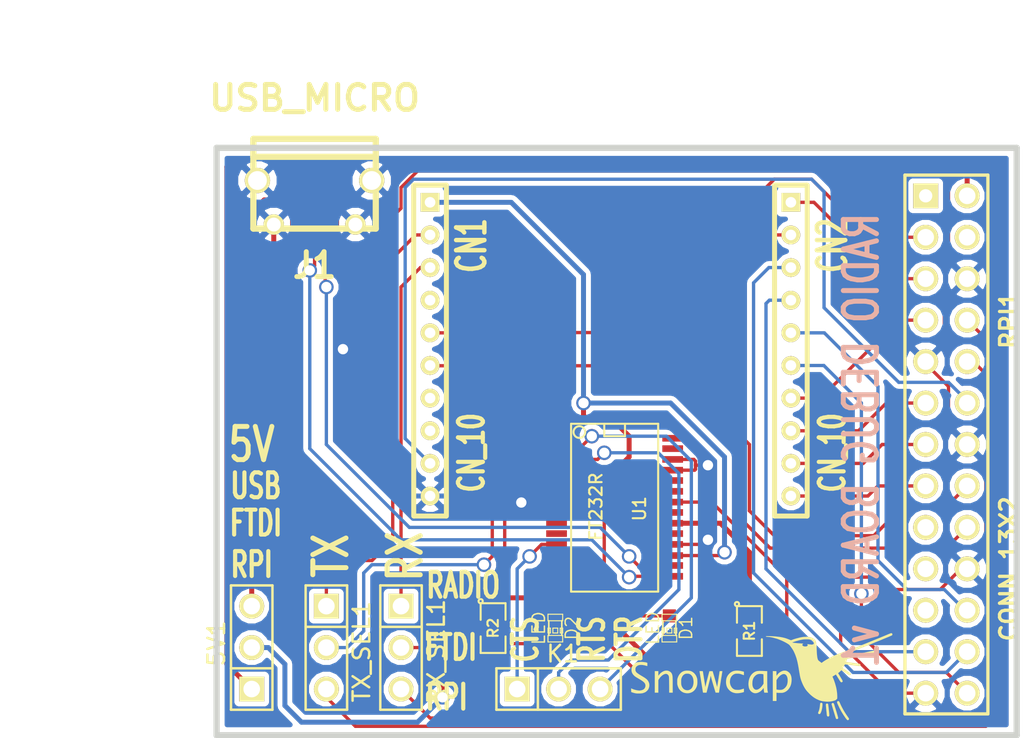
<source format=kicad_pcb>
(kicad_pcb (version 3) (host pcbnew "(2013-jul-07)-stable")

  (general
    (links 50)
    (no_connects 0)
    (area 41.617999 16.494801 108.537829 63.6524)
    (thickness 1.6002)
    (drawings 19)
    (tracks 289)
    (zones 0)
    (modules 14)
    (nets 34)
  )

  (page A4)
  (layers
    (15 Front signal)
    (0 Back signal)
    (16 B.Adhes user)
    (17 F.Adhes user)
    (18 B.Paste user)
    (19 F.Paste user)
    (20 B.SilkS user)
    (21 F.SilkS user)
    (22 B.Mask user)
    (23 F.Mask user)
    (24 Dwgs.User user)
    (25 Cmts.User user)
    (26 Eco1.User user)
    (27 Eco2.User user)
    (28 Edge.Cuts user)
  )

  (setup
    (last_trace_width 0.2032)
    (user_trace_width 0.3048)
    (trace_clearance 0.254)
    (zone_clearance 0.3)
    (zone_45_only no)
    (trace_min 0.2032)
    (segment_width 0.381)
    (edge_width 0.381)
    (via_size 0.889)
    (via_drill 0.635)
    (via_min_size 0.889)
    (via_min_drill 0.635)
    (uvia_size 0.508)
    (uvia_drill 0.127)
    (uvias_allowed no)
    (uvia_min_size 0.508)
    (uvia_min_drill 0.127)
    (pcb_text_width 0.3048)
    (pcb_text_size 1.524 2.032)
    (mod_edge_width 0.381)
    (mod_text_size 1.524 1.524)
    (mod_text_width 0.3048)
    (pad_size 1.24968 1.24968)
    (pad_drill 0.8509)
    (pad_to_mask_clearance 0.254)
    (aux_axis_origin 0 0)
    (visible_elements FFFFFFBF)
    (pcbplotparams
      (layerselection 3178497)
      (usegerberextensions true)
      (excludeedgelayer true)
      (linewidth 0.150000)
      (plotframeref false)
      (viasonmask false)
      (mode 1)
      (useauxorigin false)
      (hpglpennumber 1)
      (hpglpenspeed 20)
      (hpglpendiameter 15)
      (hpglpenoverlay 0)
      (psnegative false)
      (psa4output false)
      (plotreference true)
      (plotvalue true)
      (plotothertext true)
      (plotinvisibletext false)
      (padsonsilk false)
      (subtractmaskfromsilk false)
      (outputformat 1)
      (mirror false)
      (drillshape 1)
      (scaleselection 1)
      (outputdirectory ""))
  )

  (net 0 "")
  (net 1 +3.3V)
  (net 2 +5V)
  (net 3 /RADIO_A0)
  (net 4 /RADIO_A0_SCLK)
  (net 5 /RADIO_A0_SS)
  (net 6 /RADIO_A1)
  (net 7 /RADIO_A2)
  (net 8 /RADIO_A3)
  (net 9 /RADIO_ACLK)
  (net 10 /RADIO_B0_SCL)
  (net 11 /RADIO_B0_SDA)
  (net 12 /RADIO_NRST)
  (net 13 /RADIO_RFGDO0)
  (net 14 /RADIO_RFGDO2)
  (net 15 /RADIO_RX)
  (net 16 /RADIO_TEST)
  (net 17 /RADIO_TX)
  (net 18 /RPI_RX)
  (net 19 /RPI_TX)
  (net 20 GND)
  (net 21 N-0000017)
  (net 22 N-0000018)
  (net 23 N-0000027)
  (net 24 N-0000030)
  (net 25 N-0000032)
  (net 26 N-0000033)
  (net 27 N-0000034)
  (net 28 N-0000042)
  (net 29 N-0000046)
  (net 30 N-0000047)
  (net 31 N-0000049)
  (net 32 N-0000052)
  (net 33 N-0000053)

  (net_class Default "This is the default net class."
    (clearance 0.254)
    (trace_width 0.2032)
    (via_dia 0.889)
    (via_drill 0.635)
    (uvia_dia 0.508)
    (uvia_drill 0.127)
    (add_net "")
    (add_net +3.3V)
    (add_net +5V)
    (add_net /RADIO_A0)
    (add_net /RADIO_A0_SCLK)
    (add_net /RADIO_A0_SS)
    (add_net /RADIO_A1)
    (add_net /RADIO_A2)
    (add_net /RADIO_A3)
    (add_net /RADIO_ACLK)
    (add_net /RADIO_B0_SCL)
    (add_net /RADIO_B0_SDA)
    (add_net /RADIO_NRST)
    (add_net /RADIO_RFGDO0)
    (add_net /RADIO_RFGDO2)
    (add_net /RADIO_RX)
    (add_net /RADIO_TEST)
    (add_net /RADIO_TX)
    (add_net /RPI_RX)
    (add_net /RPI_TX)
    (add_net GND)
    (add_net N-0000017)
    (add_net N-0000018)
    (add_net N-0000027)
    (add_net N-0000030)
    (add_net N-0000032)
    (add_net N-0000033)
    (add_net N-0000034)
    (add_net N-0000042)
    (add_net N-0000046)
    (add_net N-0000047)
    (add_net N-0000049)
    (add_net N-0000052)
    (add_net N-0000053)
  )

  (module SSOP28 (layer Front) (tedit 3D81AA31) (tstamp 51DD5A35)
    (at 79.375 46.99 270)
    (descr "SSOP 28 pins")
    (tags "CMS SSOP SMD")
    (path /51DD18E3)
    (clearance 0.0762)
    (attr smd)
    (fp_text reference U1 (at 0.127 -1.524 270) (layer F.SilkS)
      (effects (font (size 0.762 0.762) (thickness 0.127)))
    )
    (fp_text value FT232R (at 0 1.143 270) (layer F.SilkS)
      (effects (font (size 0.762 0.762) (thickness 0.127)))
    )
    (fp_circle (center -4.572 2.159) (end -4.826 1.905) (layer F.SilkS) (width 0.127))
    (fp_line (start -5.08 -0.635) (end -4.318 -0.635) (layer F.SilkS) (width 0.127))
    (fp_line (start -4.318 -0.635) (end -4.318 0.635) (layer F.SilkS) (width 0.127))
    (fp_line (start -4.318 0.635) (end -5.08 0.635) (layer F.SilkS) (width 0.127))
    (fp_line (start 5.207 2.667) (end -5.08 2.667) (layer F.SilkS) (width 0.127))
    (fp_line (start -5.08 -2.667) (end 5.207 -2.667) (layer F.SilkS) (width 0.127))
    (fp_line (start -5.08 -2.667) (end -5.08 2.667) (layer F.SilkS) (width 0.127))
    (fp_line (start 5.207 -2.667) (end 5.207 2.667) (layer F.SilkS) (width 0.127))
    (pad 1 smd rect (at -4.191 3.556 270) (size 0.4064 1.27)
      (layers Front F.Paste F.Mask)
      (net 22 N-0000018)
    )
    (pad 2 smd rect (at -3.556 3.556 270) (size 0.4064 1.27)
      (layers Front F.Paste F.Mask)
      (net 27 N-0000034)
    )
    (pad 3 smd rect (at -2.8956 3.556 270) (size 0.4064 1.27)
      (layers Front F.Paste F.Mask)
      (net 26 N-0000033)
    )
    (pad 4 smd rect (at -2.2352 3.556 270) (size 0.4064 1.27)
      (layers Front F.Paste F.Mask)
      (net 1 +3.3V)
    )
    (pad 5 smd rect (at -1.6002 3.556 270) (size 0.4064 1.27)
      (layers Front F.Paste F.Mask)
      (net 21 N-0000017)
    )
    (pad 6 smd rect (at -0.9398 3.556 270) (size 0.4064 1.27)
      (layers Front F.Paste F.Mask)
    )
    (pad 7 smd rect (at -0.2794 3.556 270) (size 0.4064 1.27)
      (layers Front F.Paste F.Mask)
      (net 20 GND)
    )
    (pad 8 smd rect (at 0.3556 3.556 270) (size 0.4064 1.27)
      (layers Front F.Paste F.Mask)
    )
    (pad 9 smd rect (at 1.016 3.556 270) (size 0.4064 1.27)
      (layers Front F.Paste F.Mask)
    )
    (pad 10 smd rect (at 1.651 3.556 270) (size 0.4064 1.27)
      (layers Front F.Paste F.Mask)
    )
    (pad 11 smd rect (at 2.3114 3.556 270) (size 0.4064 1.27)
      (layers Front F.Paste F.Mask)
      (net 25 N-0000032)
    )
    (pad 12 smd rect (at 2.9718 3.556 270) (size 0.4064 1.27)
      (layers Front F.Paste F.Mask)
    )
    (pad 13 smd rect (at 3.6068 3.556 270) (size 0.4064 1.27)
      (layers Front F.Paste F.Mask)
    )
    (pad 14 smd rect (at 4.2672 3.556 270) (size 0.4064 1.27)
      (layers Front F.Paste F.Mask)
    )
    (pad 15 smd rect (at 4.2672 -3.556 270) (size 0.4064 1.27)
      (layers Front F.Paste F.Mask)
      (net 24 N-0000030)
    )
    (pad 16 smd rect (at 3.6068 -3.556 270) (size 0.4064 1.27)
      (layers Front F.Paste F.Mask)
      (net 30 N-0000047)
    )
    (pad 17 smd rect (at 2.9972 -3.556 270) (size 0.4064 1.27)
      (layers Front F.Paste F.Mask)
      (net 1 +3.3V)
    )
    (pad 18 smd rect (at 2.3114 -3.556 270) (size 0.4064 1.27)
      (layers Front F.Paste F.Mask)
      (net 20 GND)
    )
    (pad 19 smd rect (at 1.651 -3.556 270) (size 0.4064 1.27)
      (layers Front F.Paste F.Mask)
    )
    (pad 20 smd rect (at 1.016 -3.556 270) (size 0.4064 1.27)
      (layers Front F.Paste F.Mask)
      (net 2 +5V)
    )
    (pad 21 smd rect (at 0.3556 -3.556 270) (size 0.4064 1.27)
      (layers Front F.Paste F.Mask)
      (net 20 GND)
    )
    (pad 22 smd rect (at -0.2794 -3.556 270) (size 0.4064 1.27)
      (layers Front F.Paste F.Mask)
      (net 33 N-0000053)
    )
    (pad 23 smd rect (at -0.9398 -3.556 270) (size 0.4064 1.27)
      (layers Front F.Paste F.Mask)
      (net 23 N-0000027)
    )
    (pad 24 smd rect (at -1.6002 -3.556 270) (size 0.4064 1.27)
      (layers Front F.Paste F.Mask)
    )
    (pad 25 smd rect (at -2.2352 -3.556 270) (size 0.4064 1.27)
      (layers Front F.Paste F.Mask)
      (net 20 GND)
    )
    (pad 26 smd rect (at -2.8956 -3.556 270) (size 0.4064 1.27)
      (layers Front F.Paste F.Mask)
      (net 20 GND)
    )
    (pad 27 smd rect (at -3.556 -3.556 270) (size 0.4064 1.27)
      (layers Front F.Paste F.Mask)
    )
    (pad 28 smd rect (at -4.191 -3.556 270) (size 0.4064 1.27)
      (layers Front F.Paste F.Mask)
    )
    (model smd/cms_soj28.wrl
      (at (xyz 0 0 0))
      (scale (xyz 0.256 0.5 0.25))
      (rotate (xyz 0 0 0))
    )
  )

  (module PIN_ARRAY_3X1 (layer Front) (tedit 4565C6B8) (tstamp 51DD5A36)
    (at 57.15 55.626 90)
    (descr "Connecteur 3 pins")
    (tags "CONN DEV")
    (path /51DD1743)
    (fp_text reference 5V1 (at 0.254 -2.159 90) (layer F.SilkS)
      (effects (font (size 1.016 1.016) (thickness 0.1524)))
    )
    (fp_text value CN_3 (at 0 -2.159 90) (layer F.SilkS) hide
      (effects (font (size 1.016 1.016) (thickness 0.1524)))
    )
    (fp_line (start -3.81 1.27) (end -3.81 -1.27) (layer F.SilkS) (width 0.1524))
    (fp_line (start -3.81 -1.27) (end 3.81 -1.27) (layer F.SilkS) (width 0.1524))
    (fp_line (start 3.81 -1.27) (end 3.81 1.27) (layer F.SilkS) (width 0.1524))
    (fp_line (start 3.81 1.27) (end -3.81 1.27) (layer F.SilkS) (width 0.1524))
    (fp_line (start -1.27 -1.27) (end -1.27 1.27) (layer F.SilkS) (width 0.1524))
    (pad 1 thru_hole rect (at -2.54 0 90) (size 1.524 1.524) (drill 1.016)
      (layers *.Cu *.Mask F.SilkS)
      (net 28 N-0000042)
    )
    (pad 2 thru_hole circle (at 0 0 90) (size 1.524 1.524) (drill 1.016)
      (layers *.Cu *.Mask F.SilkS)
      (net 2 +5V)
    )
    (pad 3 thru_hole circle (at 2.54 0 90) (size 1.524 1.524) (drill 1.016)
      (layers *.Cu *.Mask F.SilkS)
      (net 29 N-0000046)
    )
    (model pin_array/pins_array_3x1.wrl
      (at (xyz 0 0 0))
      (scale (xyz 1 1 1))
      (rotate (xyz 0 0 0))
    )
  )

  (module PIN_ARRAY_3X1 (layer Front) (tedit 4565C6B8) (tstamp 51DD5A38)
    (at 66.294 55.626 270)
    (descr "Connecteur 3 pins")
    (tags "CONN DEV")
    (path /51DD1752)
    (fp_text reference RX_SEL1 (at 0.254 -2.159 270) (layer F.SilkS)
      (effects (font (size 1.016 1.016) (thickness 0.1524)))
    )
    (fp_text value CN_3 (at 0 -2.159 270) (layer F.SilkS) hide
      (effects (font (size 1.016 1.016) (thickness 0.1524)))
    )
    (fp_line (start -3.81 1.27) (end -3.81 -1.27) (layer F.SilkS) (width 0.1524))
    (fp_line (start -3.81 -1.27) (end 3.81 -1.27) (layer F.SilkS) (width 0.1524))
    (fp_line (start 3.81 -1.27) (end 3.81 1.27) (layer F.SilkS) (width 0.1524))
    (fp_line (start 3.81 1.27) (end -3.81 1.27) (layer F.SilkS) (width 0.1524))
    (fp_line (start -1.27 -1.27) (end -1.27 1.27) (layer F.SilkS) (width 0.1524))
    (pad 1 thru_hole rect (at -2.54 0 270) (size 1.524 1.524) (drill 1.016)
      (layers *.Cu *.Mask F.SilkS)
      (net 15 /RADIO_RX)
    )
    (pad 2 thru_hole circle (at 0 0 270) (size 1.524 1.524) (drill 1.016)
      (layers *.Cu *.Mask F.SilkS)
      (net 21 N-0000017)
    )
    (pad 3 thru_hole circle (at 2.54 0 270) (size 1.524 1.524) (drill 1.016)
      (layers *.Cu *.Mask F.SilkS)
      (net 18 /RPI_RX)
    )
    (model pin_array/pins_array_3x1.wrl
      (at (xyz 0 0 0))
      (scale (xyz 1 1 1))
      (rotate (xyz 0 0 0))
    )
  )

  (module PIN_ARRAY_3X1 (layer Front) (tedit 4565C6B8) (tstamp 51DD5A3A)
    (at 61.722 55.626 270)
    (descr "Connecteur 3 pins")
    (tags "CONN DEV")
    (path /51DD174C)
    (fp_text reference TX_SEL1 (at 0.254 -2.159 270) (layer F.SilkS)
      (effects (font (size 1.016 1.016) (thickness 0.1524)))
    )
    (fp_text value CN_3 (at 0 -2.159 270) (layer F.SilkS) hide
      (effects (font (size 1.016 1.016) (thickness 0.1524)))
    )
    (fp_line (start -3.81 1.27) (end -3.81 -1.27) (layer F.SilkS) (width 0.1524))
    (fp_line (start -3.81 -1.27) (end 3.81 -1.27) (layer F.SilkS) (width 0.1524))
    (fp_line (start 3.81 -1.27) (end 3.81 1.27) (layer F.SilkS) (width 0.1524))
    (fp_line (start 3.81 1.27) (end -3.81 1.27) (layer F.SilkS) (width 0.1524))
    (fp_line (start -1.27 -1.27) (end -1.27 1.27) (layer F.SilkS) (width 0.1524))
    (pad 1 thru_hole rect (at -2.54 0 270) (size 1.524 1.524) (drill 1.016)
      (layers *.Cu *.Mask F.SilkS)
      (net 17 /RADIO_TX)
    )
    (pad 2 thru_hole circle (at 0 0 270) (size 1.524 1.524) (drill 1.016)
      (layers *.Cu *.Mask F.SilkS)
      (net 22 N-0000018)
    )
    (pad 3 thru_hole circle (at 2.54 0 270) (size 1.524 1.524) (drill 1.016)
      (layers *.Cu *.Mask F.SilkS)
      (net 19 /RPI_TX)
    )
    (model pin_array/pins_array_3x1.wrl
      (at (xyz 0 0 0))
      (scale (xyz 1 1 1))
      (rotate (xyz 0 0 0))
    )
  )

  (module pin_array_13x2 (layer Front) (tedit 451B917C) (tstamp 51DD5A3B)
    (at 99.695 43.18 270)
    (descr "Double rangee de contacts 2 x 12 pins")
    (tags CONN)
    (path /51DD164E)
    (fp_text reference RPI1 (at -7.62 -3.81 270) (layer F.SilkS)
      (effects (font (size 1.016 1.016) (thickness 0.2032)))
    )
    (fp_text value CONN_13X2 (at 7.62 -3.81 270) (layer F.SilkS)
      (effects (font (size 1.016 1.016) (thickness 0.2032)))
    )
    (fp_line (start -16.51 2.54) (end 16.51 2.54) (layer F.SilkS) (width 0.2032))
    (fp_line (start 16.51 -2.54) (end -16.51 -2.54) (layer F.SilkS) (width 0.2032))
    (fp_line (start -16.51 -2.54) (end -16.51 2.54) (layer F.SilkS) (width 0.2032))
    (fp_line (start 16.51 2.54) (end 16.51 -2.54) (layer F.SilkS) (width 0.2032))
    (pad 1 thru_hole rect (at -15.24 1.27 270) (size 1.524 1.524) (drill 0.8128)
      (layers *.Cu *.Mask F.SilkS)
    )
    (pad 2 thru_hole circle (at -15.24 -1.27 270) (size 1.524 1.524) (drill 1.016)
      (layers *.Cu *.Mask F.SilkS)
      (net 28 N-0000042)
    )
    (pad 3 thru_hole circle (at -12.7 1.27 270) (size 1.524 1.524) (drill 1.016)
      (layers *.Cu *.Mask F.SilkS)
      (net 11 /RADIO_B0_SDA)
    )
    (pad 4 thru_hole circle (at -12.7 -1.27 270) (size 1.524 1.524) (drill 1.016)
      (layers *.Cu *.Mask F.SilkS)
    )
    (pad 5 thru_hole circle (at -10.16 1.27 270) (size 1.524 1.524) (drill 1.016)
      (layers *.Cu *.Mask F.SilkS)
      (net 10 /RADIO_B0_SCL)
    )
    (pad 6 thru_hole circle (at -10.16 -1.27 270) (size 1.524 1.524) (drill 1.016)
      (layers *.Cu *.Mask F.SilkS)
      (net 20 GND)
    )
    (pad 7 thru_hole circle (at -7.62 1.27 270) (size 1.524 1.524) (drill 1.016)
      (layers *.Cu *.Mask F.SilkS)
      (net 13 /RADIO_RFGDO0)
    )
    (pad 8 thru_hole circle (at -7.62 -1.27 270) (size 1.524 1.524) (drill 1.016)
      (layers *.Cu *.Mask F.SilkS)
      (net 19 /RPI_TX)
    )
    (pad 9 thru_hole circle (at -5.08 1.27 270) (size 1.524 1.524) (drill 1.016)
      (layers *.Cu *.Mask F.SilkS)
      (net 20 GND)
    )
    (pad 10 thru_hole circle (at -5.08 -1.27 270) (size 1.524 1.524) (drill 1.016)
      (layers *.Cu *.Mask F.SilkS)
      (net 18 /RPI_RX)
    )
    (pad 11 thru_hole circle (at -2.54 1.27 270) (size 1.524 1.524) (drill 1.016)
      (layers *.Cu *.Mask F.SilkS)
      (net 3 /RADIO_A0)
    )
    (pad 12 thru_hole circle (at -2.54 -1.27 270) (size 1.524 1.524) (drill 1.016)
      (layers *.Cu *.Mask F.SilkS)
      (net 8 /RADIO_A3)
    )
    (pad 13 thru_hole circle (at 0 1.27 270) (size 1.524 1.524) (drill 1.016)
      (layers *.Cu *.Mask F.SilkS)
      (net 6 /RADIO_A1)
    )
    (pad 14 thru_hole circle (at 0 -1.27 270) (size 1.524 1.524) (drill 1.016)
      (layers *.Cu *.Mask F.SilkS)
      (net 20 GND)
    )
    (pad 15 thru_hole circle (at 2.54 1.27 270) (size 1.524 1.524) (drill 1.016)
      (layers *.Cu *.Mask F.SilkS)
      (net 7 /RADIO_A2)
    )
    (pad 16 thru_hole circle (at 2.54 -1.27 270) (size 1.524 1.524) (drill 1.016)
      (layers *.Cu *.Mask F.SilkS)
      (net 12 /RADIO_NRST)
    )
    (pad 17 thru_hole circle (at 5.08 1.27 270) (size 1.524 1.524) (drill 1.016)
      (layers *.Cu *.Mask F.SilkS)
    )
    (pad 18 thru_hole circle (at 5.08 -1.27 270) (size 1.524 1.524) (drill 1.016)
      (layers *.Cu *.Mask F.SilkS)
      (net 16 /RADIO_TEST)
    )
    (pad 19 thru_hole circle (at 7.62 1.27 270) (size 1.524 1.524) (drill 1.016)
      (layers *.Cu *.Mask F.SilkS)
    )
    (pad 20 thru_hole circle (at 7.62 -1.27 270) (size 1.524 1.524) (drill 1.016)
      (layers *.Cu *.Mask F.SilkS)
      (net 20 GND)
    )
    (pad 21 thru_hole circle (at 10.16 1.27 270) (size 1.524 1.524) (drill 1.016)
      (layers *.Cu *.Mask F.SilkS)
    )
    (pad 22 thru_hole circle (at 10.16 -1.27 270) (size 1.524 1.524) (drill 1.016)
      (layers *.Cu *.Mask F.SilkS)
      (net 9 /RADIO_ACLK)
    )
    (pad 23 thru_hole circle (at 12.7 1.27 270) (size 1.524 1.524) (drill 1.016)
      (layers *.Cu *.Mask F.SilkS)
      (net 4 /RADIO_A0_SCLK)
    )
    (pad 24 thru_hole circle (at 12.7 -1.27 270) (size 1.524 1.524) (drill 1.016)
      (layers *.Cu *.Mask F.SilkS)
      (net 5 /RADIO_A0_SS)
    )
    (pad 25 thru_hole circle (at 15.24 1.27 270) (size 1.524 1.524) (drill 1.016)
      (layers *.Cu *.Mask F.SilkS)
      (net 20 GND)
    )
    (pad 26 thru_hole circle (at 15.24 -1.27 270) (size 1.524 1.524) (drill 1.016)
      (layers *.Cu *.Mask F.SilkS)
      (net 14 /RADIO_RFGDO2)
    )
    (model pin_array/pins_array_13x2.wrl
      (at (xyz 0 0 0))
      (scale (xyz 1 1 1))
      (rotate (xyz 0 0 0))
    )
  )

  (module CONN-10-2MM (layer Front) (tedit 4F757B8D) (tstamp 51DD5A61)
    (at 68.072 37.338 270)
    (descr "Connecteur 10 pins")
    (tags "CONN DEV")
    (path /51DD1688)
    (fp_text reference CN1 (at -6.35 -2.54 270) (layer F.SilkS)
      (effects (font (size 1.72974 1.08712) (thickness 0.27178)))
    )
    (fp_text value CN_10 (at 6.35 -2.54 270) (layer F.SilkS)
      (effects (font (size 1.524 1.016) (thickness 0.254)))
    )
    (fp_line (start 10.22604 -0.97536) (end 10.22604 0.94996) (layer F.SilkS) (width 0.3048))
    (fp_line (start -10.05078 0.97536) (end -10.05078 -0.97536) (layer F.SilkS) (width 0.3048))
    (fp_line (start -10.05078 1.00076) (end 10.22604 1.00076) (layer F.SilkS) (width 0.3048))
    (fp_line (start 10.22604 -1.00076) (end -10.05078 -1.00076) (layer F.SilkS) (width 0.3048))
    (pad 10 thru_hole circle (at 8.99922 0 270) (size 1.15062 1.15062) (drill 0.65024)
      (layers *.Cu *.Mask F.SilkS)
      (net 20 GND)
    )
    (pad 6 thru_hole circle (at 1.00076 0 270) (size 1.15062 1.15062) (drill 0.65024)
      (layers *.Cu *.Mask F.SilkS)
      (net 16 /RADIO_TEST)
    )
    (pad 7 thru_hole circle (at 2.99974 0 270) (size 1.15062 1.15062) (drill 0.65024)
      (layers *.Cu *.Mask F.SilkS)
    )
    (pad 8 thru_hole circle (at 5.00126 0 270) (size 1.15062 1.15062) (drill 0.65024)
      (layers *.Cu *.Mask F.SilkS)
    )
    (pad 9 thru_hole circle (at 7.00024 0 270) (size 1.15062 1.15062) (drill 0.65024)
      (layers *.Cu *.Mask F.SilkS)
      (net 8 /RADIO_A3)
    )
    (pad 5 thru_hole circle (at -1.00076 0 270) (size 1.15062 1.15062) (drill 0.65024)
      (layers *.Cu *.Mask F.SilkS)
      (net 12 /RADIO_NRST)
    )
    (pad 4 thru_hole circle (at -2.99974 0 270) (size 1.15062 1.15062) (drill 0.65024)
      (layers *.Cu *.Mask F.SilkS)
    )
    (pad 3 thru_hole circle (at -5.00126 0 270) (size 1.15062 1.15062) (drill 0.65024)
      (layers *.Cu *.Mask F.SilkS)
      (net 15 /RADIO_RX)
    )
    (pad 1 thru_hole rect (at -8.99922 0 270) (size 1.15062 1.15062) (drill 0.65024)
      (layers *.Cu *.Mask F.SilkS)
      (net 1 +3.3V)
    )
    (pad 2 thru_hole circle (at -7.00024 0 270) (size 1.15062 1.15062) (drill 0.65024)
      (layers *.Cu *.Mask F.SilkS)
      (net 17 /RADIO_TX)
    )
  )

  (module CONN-10-2MM (layer Front) (tedit 4F757B8D) (tstamp 51DD5A63)
    (at 90.17 37.338 270)
    (descr "Connecteur 10 pins")
    (tags "CONN DEV")
    (path /51DD1696)
    (fp_text reference CN2 (at -6.35 -2.54 270) (layer F.SilkS)
      (effects (font (size 1.72974 1.08712) (thickness 0.27178)))
    )
    (fp_text value CN_10 (at 6.35 -2.54 270) (layer F.SilkS)
      (effects (font (size 1.524 1.016) (thickness 0.254)))
    )
    (fp_line (start 10.22604 -0.97536) (end 10.22604 0.94996) (layer F.SilkS) (width 0.3048))
    (fp_line (start -10.05078 0.97536) (end -10.05078 -0.97536) (layer F.SilkS) (width 0.3048))
    (fp_line (start -10.05078 1.00076) (end 10.22604 1.00076) (layer F.SilkS) (width 0.3048))
    (fp_line (start 10.22604 -1.00076) (end -10.05078 -1.00076) (layer F.SilkS) (width 0.3048))
    (pad 10 thru_hole circle (at 8.99922 0 270) (size 1.15062 1.15062) (drill 0.65024)
      (layers *.Cu *.Mask F.SilkS)
      (net 7 /RADIO_A2)
    )
    (pad 6 thru_hole circle (at 1.00076 0 270) (size 1.15062 1.15062) (drill 0.65024)
      (layers *.Cu *.Mask F.SilkS)
      (net 14 /RADIO_RFGDO2)
    )
    (pad 7 thru_hole circle (at 2.99974 0 270) (size 1.15062 1.15062) (drill 0.65024)
      (layers *.Cu *.Mask F.SilkS)
      (net 13 /RADIO_RFGDO0)
    )
    (pad 8 thru_hole circle (at 5.00126 0 270) (size 1.15062 1.15062) (drill 0.65024)
      (layers *.Cu *.Mask F.SilkS)
      (net 3 /RADIO_A0)
    )
    (pad 9 thru_hole circle (at 7.00024 0 270) (size 1.15062 1.15062) (drill 0.65024)
      (layers *.Cu *.Mask F.SilkS)
      (net 6 /RADIO_A1)
    )
    (pad 5 thru_hole circle (at -1.00076 0 270) (size 1.15062 1.15062) (drill 0.65024)
      (layers *.Cu *.Mask F.SilkS)
      (net 9 /RADIO_ACLK)
    )
    (pad 4 thru_hole circle (at -2.99974 0 270) (size 1.15062 1.15062) (drill 0.65024)
      (layers *.Cu *.Mask F.SilkS)
      (net 4 /RADIO_A0_SCLK)
    )
    (pad 3 thru_hole circle (at -5.00126 0 270) (size 1.15062 1.15062) (drill 0.65024)
      (layers *.Cu *.Mask F.SilkS)
      (net 5 /RADIO_A0_SS)
    )
    (pad 1 thru_hole rect (at -8.99922 0 270) (size 1.15062 1.15062) (drill 0.65024)
      (layers *.Cu *.Mask F.SilkS)
      (net 10 /RADIO_B0_SCL)
    )
    (pad 2 thru_hole circle (at -7.00024 0 270) (size 1.15062 1.15062) (drill 0.65024)
      (layers *.Cu *.Mask F.SilkS)
      (net 11 /RADIO_B0_SDA)
    )
  )

  (module SM0805 (layer Front) (tedit 42806E04) (tstamp 51DD7608)
    (at 87.63 54.61 270)
    (path /51DD64CB)
    (attr smd)
    (fp_text reference R1 (at 0 0 270) (layer F.SilkS)
      (effects (font (size 0.635 0.635) (thickness 0.127)))
    )
    (fp_text value 500R (at 0 0 270) (layer F.SilkS) hide
      (effects (font (size 0.635 0.635) (thickness 0.127)))
    )
    (fp_circle (center -1.651 0.762) (end -1.651 0.635) (layer F.SilkS) (width 0.127))
    (fp_line (start -0.508 0.762) (end -1.524 0.762) (layer F.SilkS) (width 0.127))
    (fp_line (start -1.524 0.762) (end -1.524 -0.762) (layer F.SilkS) (width 0.127))
    (fp_line (start -1.524 -0.762) (end -0.508 -0.762) (layer F.SilkS) (width 0.127))
    (fp_line (start 0.508 -0.762) (end 1.524 -0.762) (layer F.SilkS) (width 0.127))
    (fp_line (start 1.524 -0.762) (end 1.524 0.762) (layer F.SilkS) (width 0.127))
    (fp_line (start 1.524 0.762) (end 0.508 0.762) (layer F.SilkS) (width 0.127))
    (pad 1 smd rect (at -0.9525 0 270) (size 0.889 1.397)
      (layers Front F.Paste F.Mask)
      (net 2 +5V)
    )
    (pad 2 smd rect (at 0.9525 0 270) (size 0.889 1.397)
      (layers Front F.Paste F.Mask)
      (net 32 N-0000052)
    )
    (model smd/chip_cms.wrl
      (at (xyz 0 0 0))
      (scale (xyz 0.1 0.1 0.1))
      (rotate (xyz 0 0 0))
    )
  )

  (module SM0805 (layer Front) (tedit 42806E04) (tstamp 51DD760A)
    (at 71.9328 54.4322 270)
    (path /51DD64C5)
    (attr smd)
    (fp_text reference R2 (at 0 0 270) (layer F.SilkS)
      (effects (font (size 0.635 0.635) (thickness 0.127)))
    )
    (fp_text value 500R (at 0 0 270) (layer F.SilkS) hide
      (effects (font (size 0.635 0.635) (thickness 0.127)))
    )
    (fp_circle (center -1.651 0.762) (end -1.651 0.635) (layer F.SilkS) (width 0.127))
    (fp_line (start -0.508 0.762) (end -1.524 0.762) (layer F.SilkS) (width 0.127))
    (fp_line (start -1.524 0.762) (end -1.524 -0.762) (layer F.SilkS) (width 0.127))
    (fp_line (start -1.524 -0.762) (end -0.508 -0.762) (layer F.SilkS) (width 0.127))
    (fp_line (start 0.508 -0.762) (end 1.524 -0.762) (layer F.SilkS) (width 0.127))
    (fp_line (start 1.524 -0.762) (end 1.524 0.762) (layer F.SilkS) (width 0.127))
    (fp_line (start 1.524 0.762) (end 0.508 0.762) (layer F.SilkS) (width 0.127))
    (pad 1 smd rect (at -0.9525 0 270) (size 0.889 1.397)
      (layers Front F.Paste F.Mask)
      (net 2 +5V)
    )
    (pad 2 smd rect (at 0.9525 0 270) (size 0.889 1.397)
      (layers Front F.Paste F.Mask)
      (net 31 N-0000049)
    )
    (model smd/chip_cms.wrl
      (at (xyz 0 0 0))
      (scale (xyz 0.1 0.1 0.1))
      (rotate (xyz 0 0 0))
    )
  )

  (module LED-0603 (layer Front) (tedit 49BFA1B8) (tstamp 51DD760B)
    (at 82.7278 54.4322 270)
    (descr "LED 0603 smd package")
    (tags "LED led 0603 SMD smd SMT smt smdled SMDLED smtled SMTLED")
    (path /51DD758F)
    (attr smd)
    (fp_text reference D1 (at 0 -1.016 270) (layer F.SilkS)
      (effects (font (size 0.762 0.762) (thickness 0.0889)))
    )
    (fp_text value LED (at 0 1.016 270) (layer F.SilkS)
      (effects (font (size 0.762 0.762) (thickness 0.0889)))
    )
    (fp_line (start 0.44958 -0.44958) (end 0.44958 0.44958) (layer F.SilkS) (width 0.06604))
    (fp_line (start 0.44958 0.44958) (end 0.84836 0.44958) (layer F.SilkS) (width 0.06604))
    (fp_line (start 0.84836 -0.44958) (end 0.84836 0.44958) (layer F.SilkS) (width 0.06604))
    (fp_line (start 0.44958 -0.44958) (end 0.84836 -0.44958) (layer F.SilkS) (width 0.06604))
    (fp_line (start -0.84836 -0.44958) (end -0.84836 0.44958) (layer F.SilkS) (width 0.06604))
    (fp_line (start -0.84836 0.44958) (end -0.44958 0.44958) (layer F.SilkS) (width 0.06604))
    (fp_line (start -0.44958 -0.44958) (end -0.44958 0.44958) (layer F.SilkS) (width 0.06604))
    (fp_line (start -0.84836 -0.44958) (end -0.44958 -0.44958) (layer F.SilkS) (width 0.06604))
    (fp_line (start 0 -0.44958) (end 0 -0.29972) (layer F.SilkS) (width 0.06604))
    (fp_line (start 0 -0.29972) (end 0.29972 -0.29972) (layer F.SilkS) (width 0.06604))
    (fp_line (start 0.29972 -0.44958) (end 0.29972 -0.29972) (layer F.SilkS) (width 0.06604))
    (fp_line (start 0 -0.44958) (end 0.29972 -0.44958) (layer F.SilkS) (width 0.06604))
    (fp_line (start 0 0.29972) (end 0 0.44958) (layer F.SilkS) (width 0.06604))
    (fp_line (start 0 0.44958) (end 0.29972 0.44958) (layer F.SilkS) (width 0.06604))
    (fp_line (start 0.29972 0.29972) (end 0.29972 0.44958) (layer F.SilkS) (width 0.06604))
    (fp_line (start 0 0.29972) (end 0.29972 0.29972) (layer F.SilkS) (width 0.06604))
    (fp_line (start 0 -0.14986) (end 0 0.14986) (layer F.SilkS) (width 0.06604))
    (fp_line (start 0 0.14986) (end 0.29972 0.14986) (layer F.SilkS) (width 0.06604))
    (fp_line (start 0.29972 -0.14986) (end 0.29972 0.14986) (layer F.SilkS) (width 0.06604))
    (fp_line (start 0 -0.14986) (end 0.29972 -0.14986) (layer F.SilkS) (width 0.06604))
    (fp_line (start 0.44958 -0.39878) (end -0.44958 -0.39878) (layer F.SilkS) (width 0.1016))
    (fp_line (start 0.44958 0.39878) (end -0.44958 0.39878) (layer F.SilkS) (width 0.1016))
    (pad 1 smd rect (at -0.7493 0 270) (size 0.79756 0.79756)
      (layers Front F.Paste F.Mask)
      (net 23 N-0000027)
    )
    (pad 2 smd rect (at 0.7493 0 270) (size 0.79756 0.79756)
      (layers Front F.Paste F.Mask)
      (net 32 N-0000052)
    )
  )

  (module LED-0603 (layer Front) (tedit 49BFA1B8) (tstamp 51DD760D)
    (at 75.7428 54.4322 270)
    (descr "LED 0603 smd package")
    (tags "LED led 0603 SMD smd SMT smt smdled SMDLED smtled SMTLED")
    (path /51DD75A0)
    (attr smd)
    (fp_text reference D2 (at 0 -1.016 270) (layer F.SilkS)
      (effects (font (size 0.762 0.762) (thickness 0.0889)))
    )
    (fp_text value LED (at 0 1.016 270) (layer F.SilkS)
      (effects (font (size 0.762 0.762) (thickness 0.0889)))
    )
    (fp_line (start 0.44958 -0.44958) (end 0.44958 0.44958) (layer F.SilkS) (width 0.06604))
    (fp_line (start 0.44958 0.44958) (end 0.84836 0.44958) (layer F.SilkS) (width 0.06604))
    (fp_line (start 0.84836 -0.44958) (end 0.84836 0.44958) (layer F.SilkS) (width 0.06604))
    (fp_line (start 0.44958 -0.44958) (end 0.84836 -0.44958) (layer F.SilkS) (width 0.06604))
    (fp_line (start -0.84836 -0.44958) (end -0.84836 0.44958) (layer F.SilkS) (width 0.06604))
    (fp_line (start -0.84836 0.44958) (end -0.44958 0.44958) (layer F.SilkS) (width 0.06604))
    (fp_line (start -0.44958 -0.44958) (end -0.44958 0.44958) (layer F.SilkS) (width 0.06604))
    (fp_line (start -0.84836 -0.44958) (end -0.44958 -0.44958) (layer F.SilkS) (width 0.06604))
    (fp_line (start 0 -0.44958) (end 0 -0.29972) (layer F.SilkS) (width 0.06604))
    (fp_line (start 0 -0.29972) (end 0.29972 -0.29972) (layer F.SilkS) (width 0.06604))
    (fp_line (start 0.29972 -0.44958) (end 0.29972 -0.29972) (layer F.SilkS) (width 0.06604))
    (fp_line (start 0 -0.44958) (end 0.29972 -0.44958) (layer F.SilkS) (width 0.06604))
    (fp_line (start 0 0.29972) (end 0 0.44958) (layer F.SilkS) (width 0.06604))
    (fp_line (start 0 0.44958) (end 0.29972 0.44958) (layer F.SilkS) (width 0.06604))
    (fp_line (start 0.29972 0.29972) (end 0.29972 0.44958) (layer F.SilkS) (width 0.06604))
    (fp_line (start 0 0.29972) (end 0.29972 0.29972) (layer F.SilkS) (width 0.06604))
    (fp_line (start 0 -0.14986) (end 0 0.14986) (layer F.SilkS) (width 0.06604))
    (fp_line (start 0 0.14986) (end 0.29972 0.14986) (layer F.SilkS) (width 0.06604))
    (fp_line (start 0.29972 -0.14986) (end 0.29972 0.14986) (layer F.SilkS) (width 0.06604))
    (fp_line (start 0 -0.14986) (end 0.29972 -0.14986) (layer F.SilkS) (width 0.06604))
    (fp_line (start 0.44958 -0.39878) (end -0.44958 -0.39878) (layer F.SilkS) (width 0.1016))
    (fp_line (start 0.44958 0.39878) (end -0.44958 0.39878) (layer F.SilkS) (width 0.1016))
    (pad 1 smd rect (at -0.7493 0 270) (size 0.79756 0.79756)
      (layers Front F.Paste F.Mask)
      (net 33 N-0000053)
    )
    (pad 2 smd rect (at 0.7493 0 270) (size 0.79756 0.79756)
      (layers Front F.Paste F.Mask)
      (net 31 N-0000049)
    )
  )

  (module USB_MICRO_10118194-0001LF (layer Front) (tedit 53BE96F2) (tstamp 53BE957A)
    (at 61 27 180)
    (path /53BE972F)
    (fp_text reference J1 (at 0 -5.19938 180) (layer F.SilkS)
      (effects (font (size 1.524 1.524) (thickness 0.3048)))
    )
    (fp_text value USB_MICRO (at 0 5.04952 180) (layer F.SilkS)
      (effects (font (size 1.524 1.524) (thickness 0.3048)))
    )
    (fp_line (start -3.74904 1.45034) (end -3.74904 2.55016) (layer F.SilkS) (width 0.381))
    (fp_line (start -3.74904 2.55016) (end 3.74904 2.55016) (layer F.SilkS) (width 0.381))
    (fp_line (start 3.74904 2.55016) (end 3.74904 1.45034) (layer F.SilkS) (width 0.381))
    (fp_line (start -3.74904 1.45034) (end -3.74904 -2.94894) (layer F.SilkS) (width 0.381))
    (fp_line (start -3.74904 -2.94894) (end 3.74904 -2.94894) (layer F.SilkS) (width 0.381))
    (fp_line (start -3.74904 1.45034) (end 3.74904 1.45034) (layer F.SilkS) (width 0.381))
    (fp_line (start 3.74904 1.45034) (end 3.74904 -2.94894) (layer F.SilkS) (width 0.381))
    (pad 3 smd rect (at 0 -2.99974 180) (size 0.39878 1.84912)
      (layers Front F.Paste F.Mask)
      (net 24 N-0000030)
      (clearance 0.0508)
    )
    (pad 4 smd rect (at 0.65024 -2.99974 180) (size 0.39878 1.84912)
      (layers Front F.Paste F.Mask)
      (clearance 0.0508)
    )
    (pad 5 smd rect (at 1.30048 -2.99974 180) (size 0.39878 1.84912)
      (layers Front F.Paste F.Mask)
      (net 20 GND)
      (clearance 0.0508)
    )
    (pad 2 smd rect (at -0.65024 -2.99974 180) (size 0.39878 1.84912)
      (layers Front F.Paste F.Mask)
      (net 30 N-0000047)
      (clearance 0.0508)
    )
    (pad 1 smd rect (at -1.30048 -2.99974 180) (size 0.39878 1.84912)
      (layers Front F.Paste F.Mask)
      (net 29 N-0000046)
      (clearance 0.0508)
    )
    (pad 6 thru_hole circle (at 2.49936 -2.70002 180) (size 1.24968 1.24968) (drill 0.8509)
      (layers *.Cu *.Mask F.SilkS)
      (net 20 GND)
    )
    (pad 9 thru_hole circle (at -2.49936 -2.70002 180) (size 1.24968 1.24968) (drill 0.8509)
      (layers *.Cu *.Mask F.SilkS)
      (net 20 GND)
    )
    (pad 7 thru_hole circle (at 3.50012 0 180) (size 1.5494 1.5494) (drill 1.15062)
      (layers *.Cu *.Mask F.SilkS)
      (net 20 GND)
    )
    (pad 8 thru_hole circle (at -3.50012 0 180) (size 1.5494 1.5494) (drill 1.15062)
      (layers *.Cu *.Mask F.SilkS)
      (net 20 GND)
    )
  )

  (module LOGO_SNOWCAP_FRONT (layer Front) (tedit 527E9295) (tstamp 53BEAFC1)
    (at 88.392 57.404)
    (fp_text reference "" (at 0 5.08) (layer F.SilkS) hide
      (effects (font (size 1.524 1.524) (thickness 0.3048)))
    )
    (fp_text value "" (at 0 -5.08) (layer F.SilkS) hide
      (effects (font (size 1.524 1.524) (thickness 0.3048)))
    )
    (fp_poly (pts (xy 5.33908 2.60604) (xy 5.33146 2.62382) (xy 5.31876 2.63906) (xy 5.29844 2.66192)
      (xy 5.27304 2.66954) (xy 5.25272 2.667) (xy 5.23748 2.66446) (xy 5.22224 2.6543)
      (xy 5.207 2.63906) (xy 5.18668 2.6162) (xy 5.16128 2.58318) (xy 5.1308 2.54508)
      (xy 4.99872 2.35204) (xy 4.87426 2.14884) (xy 4.75742 1.93294) (xy 4.66344 1.73482)
      (xy 4.64058 1.68148) (xy 4.6228 1.64338) (xy 4.61264 1.6129) (xy 4.60756 1.59004)
      (xy 4.60502 1.57226) (xy 4.60502 1.55702) (xy 4.6101 1.54178) (xy 4.6101 1.54178)
      (xy 4.62534 1.52146) (xy 4.65074 1.50876) (xy 4.67614 1.50114) (xy 4.69392 1.50114)
      (xy 4.70916 1.50622) (xy 4.72186 1.51638) (xy 4.7371 1.53416) (xy 4.75234 1.55956)
      (xy 4.77012 1.59512) (xy 4.79298 1.64338) (xy 4.79806 1.66116) (xy 4.8641 1.80086)
      (xy 4.93776 1.9431) (xy 5.0165 2.08534) (xy 5.10032 2.2225) (xy 5.18414 2.35204)
      (xy 5.26542 2.46888) (xy 5.27558 2.48412) (xy 5.30606 2.52476) (xy 5.32638 2.55778)
      (xy 5.33654 2.58318) (xy 5.33908 2.60604) (xy 5.33908 2.60604)) (layer F.SilkS) (width 0.00254))
    (fp_poly (pts (xy 4.67614 2.53238) (xy 4.66852 2.56286) (xy 4.65074 2.58572) (xy 4.6228 2.59842)
      (xy 4.59486 2.6035) (xy 4.56438 2.59334) (xy 4.55676 2.5908) (xy 4.54406 2.57556)
      (xy 4.53136 2.5527) (xy 4.52882 2.54254) (xy 4.52374 2.52984) (xy 4.51358 2.5019)
      (xy 4.50088 2.46126) (xy 4.48564 2.413) (xy 4.4704 2.35712) (xy 4.45008 2.29362)
      (xy 4.42976 2.22504) (xy 4.4069 2.15646) (xy 4.38658 2.08534) (xy 4.36372 2.01422)
      (xy 4.3434 1.94818) (xy 4.32562 1.88468) (xy 4.30784 1.8288) (xy 4.29514 1.78054)
      (xy 4.28244 1.74244) (xy 4.27482 1.7145) (xy 4.27228 1.7018) (xy 4.26974 1.67894)
      (xy 4.27482 1.6637) (xy 4.29768 1.63576) (xy 4.32562 1.62052) (xy 4.35356 1.61798)
      (xy 4.3815 1.6256) (xy 4.40436 1.64846) (xy 4.41452 1.6637) (xy 4.42214 1.68148)
      (xy 4.4323 1.71196) (xy 4.445 1.7526) (xy 4.46024 1.8034) (xy 4.47802 1.86436)
      (xy 4.49834 1.92786) (xy 4.5212 1.99644) (xy 4.54152 2.06756) (xy 4.56438 2.13868)
      (xy 4.5847 2.2098) (xy 4.60502 2.27838) (xy 4.6228 2.34188) (xy 4.64058 2.4003)
      (xy 4.65328 2.44856) (xy 4.66344 2.4892) (xy 4.67106 2.51714) (xy 4.67614 2.53238)
      (xy 4.67614 2.53238) (xy 4.67614 2.53238)) (layer F.SilkS) (width 0.00254))
    (fp_poly (pts (xy 4.13004 2.35204) (xy 4.13004 2.3749) (xy 4.13004 2.39014) (xy 4.12496 2.40284)
      (xy 4.12242 2.413) (xy 4.11734 2.41808) (xy 4.10972 2.4257) (xy 4.10718 2.42824)
      (xy 4.0767 2.44602) (xy 4.04876 2.44856) (xy 4.02082 2.43586) (xy 4.01066 2.4257)
      (xy 3.99288 2.40538) (xy 3.98272 2.37998) (xy 3.98272 2.37744) (xy 3.98018 2.3622)
      (xy 3.97764 2.33426) (xy 3.97256 2.29616) (xy 3.96748 2.24536) (xy 3.9624 2.18694)
      (xy 3.95478 2.1209) (xy 3.94716 2.05232) (xy 3.94716 2.03454) (xy 3.937 1.9558)
      (xy 3.93192 1.88976) (xy 3.92684 1.83896) (xy 3.9243 1.79832) (xy 3.92176 1.7653)
      (xy 3.91922 1.74244) (xy 3.91922 1.72466) (xy 3.92176 1.71196) (xy 3.92176 1.70434)
      (xy 3.92684 1.69672) (xy 3.92938 1.6891) (xy 3.9497 1.6637) (xy 3.97764 1.651)
      (xy 4.00812 1.651) (xy 4.03352 1.6637) (xy 4.05384 1.68402) (xy 4.05892 1.69418)
      (xy 4.064 1.7145) (xy 4.06908 1.74752) (xy 4.07416 1.79324) (xy 4.08178 1.85166)
      (xy 4.0894 1.92278) (xy 4.09956 2.00914) (xy 4.09956 2.00914) (xy 4.10972 2.09804)
      (xy 4.11734 2.1717) (xy 4.12242 2.23266) (xy 4.1275 2.28346) (xy 4.13004 2.32156)
      (xy 4.13004 2.35204) (xy 4.13004 2.35204)) (layer F.SilkS) (width 0.00254))
    (fp_poly (pts (xy 3.71348 1.7145) (xy 3.71348 1.75768) (xy 3.7084 1.81356) (xy 3.70078 1.87452)
      (xy 3.69062 1.93802) (xy 3.68046 1.99644) (xy 3.66776 2.04724) (xy 3.66522 2.0574)
      (xy 3.64744 2.11836) (xy 3.62712 2.17424) (xy 3.6068 2.2225) (xy 3.58394 2.25806)
      (xy 3.56362 2.28346) (xy 3.556 2.28854) (xy 3.52552 2.29616) (xy 3.4925 2.29108)
      (xy 3.47218 2.28092) (xy 3.45186 2.2606) (xy 3.44424 2.2352) (xy 3.44932 2.20218)
      (xy 3.46456 2.16154) (xy 3.46964 2.15138) (xy 3.49504 2.08788) (xy 3.5179 2.01168)
      (xy 3.53568 1.92786) (xy 3.55092 1.8288) (xy 3.56108 1.72212) (xy 3.56616 1.68402)
      (xy 3.5687 1.65862) (xy 3.57378 1.64084) (xy 3.57886 1.63068) (xy 3.58902 1.62052)
      (xy 3.58902 1.62052) (xy 3.6195 1.60274) (xy 3.64998 1.60274) (xy 3.68046 1.61544)
      (xy 3.69062 1.6256) (xy 3.70332 1.63576) (xy 3.7084 1.64846) (xy 3.71348 1.66624)
      (xy 3.71348 1.69164) (xy 3.71348 1.7145) (xy 3.71348 1.7145)) (layer F.SilkS) (width 0.00254))
    (fp_poly (pts (xy 7.99592 -2.58572) (xy 7.99084 -2.55778) (xy 7.9756 -2.53238) (xy 7.97306 -2.52984)
      (xy 7.96036 -2.52222) (xy 7.93496 -2.51206) (xy 7.8994 -2.49428) (xy 7.85622 -2.4765)
      (xy 7.8105 -2.45618) (xy 7.7978 -2.4511) (xy 7.76224 -2.43586) (xy 7.71398 -2.41554)
      (xy 7.65556 -2.39268) (xy 7.58444 -2.3622) (xy 7.50824 -2.33172) (xy 7.42696 -2.2987)
      (xy 7.3406 -2.2606) (xy 7.2517 -2.22504) (xy 7.16026 -2.18694) (xy 7.14502 -2.18186)
      (xy 6.96976 -2.11074) (xy 6.79196 -2.03708) (xy 6.60908 -1.96088) (xy 6.4262 -1.88722)
      (xy 6.24586 -1.8161) (xy 6.0706 -1.74498) (xy 5.90042 -1.67894) (xy 5.7404 -1.61544)
      (xy 5.59308 -1.55956) (xy 5.5753 -1.55194) (xy 5.51434 -1.52908) (xy 5.461 -1.50876)
      (xy 5.4102 -1.48844) (xy 5.36956 -1.4732) (xy 5.33654 -1.4605) (xy 5.31622 -1.45288)
      (xy 5.31114 -1.45034) (xy 5.30352 -1.44526) (xy 5.29844 -1.4351) (xy 5.29336 -1.41478)
      (xy 5.28828 -1.38684) (xy 5.28066 -1.34874) (xy 5.27558 -1.31318) (xy 5.27304 -1.2827)
      (xy 5.2705 -1.25984) (xy 5.2705 -1.25222) (xy 5.27812 -1.25476) (xy 5.30098 -1.25984)
      (xy 5.33654 -1.26746) (xy 5.3848 -1.27762) (xy 5.44576 -1.29032) (xy 5.51434 -1.30556)
      (xy 5.59562 -1.3208) (xy 5.68198 -1.34112) (xy 5.7785 -1.36144) (xy 5.8801 -1.3843)
      (xy 5.98678 -1.40716) (xy 6.06044 -1.4224) (xy 6.16966 -1.44526) (xy 6.27634 -1.46812)
      (xy 6.37794 -1.49098) (xy 6.47446 -1.5113) (xy 6.56082 -1.52908) (xy 6.6421 -1.54686)
      (xy 6.71068 -1.55956) (xy 6.77164 -1.57226) (xy 6.8199 -1.58242) (xy 6.85546 -1.59004)
      (xy 6.87578 -1.59258) (xy 6.88086 -1.59258) (xy 6.91642 -1.5875) (xy 6.93928 -1.56718)
      (xy 6.95452 -1.54178) (xy 6.95706 -1.52146) (xy 6.95198 -1.49098) (xy 6.9342 -1.46812)
      (xy 6.91642 -1.45796) (xy 6.90626 -1.45288) (xy 6.88086 -1.4478) (xy 6.84276 -1.43764)
      (xy 6.79196 -1.42748) (xy 6.72846 -1.41224) (xy 6.65734 -1.397) (xy 6.57352 -1.37668)
      (xy 6.48208 -1.35636) (xy 6.38556 -1.33604) (xy 6.28142 -1.31318) (xy 6.1722 -1.29032)
      (xy 6.06044 -1.26492) (xy 5.22732 -1.08458) (xy 5.19938 -1.00584) (xy 5.18414 -0.96266)
      (xy 5.17398 -0.93218) (xy 5.16636 -0.9144) (xy 5.16382 -0.90424) (xy 5.16636 -0.89916)
      (xy 5.1689 -0.89662) (xy 5.17144 -0.89662) (xy 5.18414 -0.89662) (xy 5.21208 -0.89154)
      (xy 5.25018 -0.88646) (xy 5.29844 -0.88138) (xy 5.35686 -0.87376) (xy 5.42036 -0.86614)
      (xy 5.4864 -0.85598) (xy 5.55752 -0.84582) (xy 5.62864 -0.8382) (xy 5.69722 -0.82804)
      (xy 5.76326 -0.81788) (xy 5.82422 -0.81026) (xy 5.8801 -0.8001) (xy 5.92582 -0.79502)
      (xy 5.95884 -0.78994) (xy 5.9817 -0.78486) (xy 5.99186 -0.78232) (xy 6.01726 -0.76454)
      (xy 6.0325 -0.7366) (xy 6.03504 -0.70358) (xy 6.02234 -0.67056) (xy 5.99948 -0.65024)
      (xy 5.969 -0.64008) (xy 5.96392 -0.64008) (xy 5.95122 -0.64262) (xy 5.92328 -0.64516)
      (xy 5.88264 -0.65024) (xy 5.83184 -0.65532) (xy 5.77088 -0.66294) (xy 5.7023 -0.6731)
      (xy 5.62864 -0.68072) (xy 5.54736 -0.69342) (xy 5.5118 -0.69596) (xy 5.43052 -0.70866)
      (xy 5.35686 -0.71628) (xy 5.28574 -0.72644) (xy 5.22478 -0.73406) (xy 5.17398 -0.73914)
      (xy 5.1308 -0.74422) (xy 5.10286 -0.74676) (xy 5.08762 -0.74676) (xy 5.08508 -0.74676)
      (xy 5.08 -0.73914) (xy 5.06984 -0.71882) (xy 5.05206 -0.68834) (xy 5.03174 -0.65278)
      (xy 5.01904 -0.63246) (xy 4.95808 -0.52578) (xy 5.19176 -0.37084) (xy 5.2451 -0.33274)
      (xy 5.2959 -0.29718) (xy 5.34162 -0.2667) (xy 5.38226 -0.23876) (xy 5.4102 -0.2159)
      (xy 5.43052 -0.20066) (xy 5.43814 -0.19304) (xy 5.45084 -0.16256) (xy 5.4483 -0.13208)
      (xy 5.42798 -0.10414) (xy 5.42798 -0.10414) (xy 5.41782 -0.09144) (xy 5.40512 -0.08382)
      (xy 5.39242 -0.08128) (xy 5.37718 -0.08128) (xy 5.3594 -0.08636) (xy 5.33654 -0.09652)
      (xy 5.30606 -0.11176) (xy 5.26796 -0.13462) (xy 5.2197 -0.1651) (xy 5.16128 -0.2032)
      (xy 5.11302 -0.23622) (xy 5.05714 -0.27178) (xy 5.00634 -0.3048) (xy 4.96316 -0.33528)
      (xy 4.92506 -0.35814) (xy 4.89458 -0.37846) (xy 4.8768 -0.38862) (xy 4.87172 -0.39116)
      (xy 4.8641 -0.38608) (xy 4.84886 -0.37084) (xy 4.826 -0.35052) (xy 4.81584 -0.33782)
      (xy 4.79044 -0.31242) (xy 4.7625 -0.28702) (xy 4.72948 -0.25908) (xy 4.70154 -0.23622)
      (xy 4.67868 -0.21844) (xy 4.66852 -0.21082) (xy 4.6736 -0.20574) (xy 4.68376 -0.18542)
      (xy 4.70154 -0.15748) (xy 4.7244 -0.11938) (xy 4.75234 -0.07366) (xy 4.78282 -0.02286)
      (xy 4.80822 0.01778) (xy 4.84886 0.08636) (xy 4.88188 0.14224) (xy 4.90982 0.18796)
      (xy 4.9276 0.22352) (xy 4.9403 0.25146) (xy 4.94792 0.27178) (xy 4.95046 0.28956)
      (xy 4.94792 0.30226) (xy 4.9403 0.31242) (xy 4.93014 0.32512) (xy 4.92506 0.3302)
      (xy 4.89458 0.34798) (xy 4.86664 0.35052) (xy 4.8387 0.33782) (xy 4.82346 0.32512)
      (xy 4.8133 0.31242) (xy 4.79552 0.28702) (xy 4.77266 0.254) (xy 4.74472 0.21082)
      (xy 4.71424 0.16002) (xy 4.68122 0.10668) (xy 4.66852 0.08636) (xy 4.6355 0.03302)
      (xy 4.60756 -0.01524) (xy 4.57962 -0.05588) (xy 4.5593 -0.0889) (xy 4.54406 -0.1143)
      (xy 4.53644 -0.127) (xy 4.5339 -0.127) (xy 4.52628 -0.12446) (xy 4.5085 -0.1143)
      (xy 4.48056 -0.09652) (xy 4.44754 -0.0762) (xy 4.42722 -0.0635) (xy 4.32308 0)
      (xy 4.3434 0.04572) (xy 4.41706 0.22352) (xy 4.48056 0.40894) (xy 4.53644 0.60452)
      (xy 4.5593 0.70104) (xy 4.57708 0.79502) (xy 4.59232 0.89408) (xy 4.60502 0.99568)
      (xy 4.61264 1.09474) (xy 4.61772 1.18872) (xy 4.61772 1.26746) (xy 4.61518 1.35128)
      (xy 4.57962 1.38938) (xy 4.54914 1.41732) (xy 4.51866 1.44018) (xy 4.4831 1.45796)
      (xy 4.43992 1.4732) (xy 4.38658 1.48844) (xy 4.28752 1.5113) (xy 4.19608 1.52654)
      (xy 4.10718 1.53416) (xy 4.01066 1.5367) (xy 3.90906 1.52908) (xy 3.8862 1.52908)
      (xy 3.80746 1.52146) (xy 3.74142 1.5113) (xy 3.68554 1.50368) (xy 3.63474 1.49098)
      (xy 3.58394 1.47574) (xy 3.53314 1.45796) (xy 3.47472 1.4351) (xy 3.4544 1.42494)
      (xy 3.33248 1.36906) (xy 3.22072 1.30302) (xy 3.1877 1.28016) (xy 3.1877 -2.00406)
      (xy 3.18262 -2.03708) (xy 3.16738 -2.09804) (xy 3.14452 -2.14884) (xy 3.12166 -2.17678)
      (xy 3.0861 -2.20726) (xy 3.03784 -2.23266) (xy 2.9845 -2.25552) (xy 2.92862 -2.27076)
      (xy 2.89052 -2.27838) (xy 2.83972 -2.28092) (xy 2.7813 -2.28346) (xy 2.72034 -2.28346)
      (xy 2.6543 -2.28346) (xy 2.59334 -2.28092) (xy 2.53746 -2.27584) (xy 2.5019 -2.27076)
      (xy 2.43332 -2.25806) (xy 2.35712 -2.24282) (xy 2.2733 -2.2225) (xy 2.18694 -2.1971)
      (xy 2.10058 -2.17424) (xy 2.0193 -2.14884) (xy 1.94818 -2.12344) (xy 1.9304 -2.11582)
      (xy 1.8542 -2.08534) (xy 1.8923 -2.08026) (xy 1.94056 -2.07264) (xy 1.99644 -2.06756)
      (xy 2.06248 -2.05994) (xy 2.13106 -2.05232) (xy 2.20218 -2.0447) (xy 2.27076 -2.03962)
      (xy 2.3368 -2.03454) (xy 2.39522 -2.02946) (xy 2.44348 -2.02692) (xy 2.4765 -2.02438)
      (xy 2.47904 -2.02438) (xy 2.54254 -2.02438) (xy 2.5146 -2.00406) (xy 2.4892 -1.97866)
      (xy 2.47904 -1.95326) (xy 2.48158 -1.92532) (xy 2.48412 -1.9177) (xy 2.49936 -1.89484)
      (xy 2.52476 -1.87706) (xy 2.56286 -1.85928) (xy 2.58064 -1.85166) (xy 2.61366 -1.84658)
      (xy 2.6543 -1.84404) (xy 2.69748 -1.84658) (xy 2.73304 -1.85166) (xy 2.76098 -1.86182)
      (xy 2.76352 -1.86182) (xy 2.79146 -1.88722) (xy 2.8067 -1.91262) (xy 2.8067 -1.9431)
      (xy 2.79146 -1.97104) (xy 2.78638 -1.97866) (xy 2.77876 -1.98628) (xy 2.77622 -1.99136)
      (xy 2.77876 -1.99136) (xy 2.794 -1.99136) (xy 2.82194 -1.98628) (xy 2.84988 -1.9812)
      (xy 2.88798 -1.97612) (xy 2.93624 -1.97104) (xy 2.9845 -1.96596) (xy 3.00736 -1.96342)
      (xy 3.048 -1.96088) (xy 3.07594 -1.96088) (xy 3.09372 -1.96342) (xy 3.1115 -1.9685)
      (xy 3.12928 -1.97612) (xy 3.14198 -1.9812) (xy 3.1877 -2.00406) (xy 3.1877 1.28016)
      (xy 3.11404 1.22682) (xy 3.00736 1.14046) (xy 2.93624 1.07442) (xy 2.84988 0.98552)
      (xy 2.77114 0.9017) (xy 2.70256 0.81534) (xy 2.6416 0.72644) (xy 2.58572 0.63246)
      (xy 2.53238 0.53086) (xy 2.48158 0.4191) (xy 2.4384 0.31242) (xy 2.41554 0.254)
      (xy 2.39776 0.20066) (xy 2.37998 0.14478) (xy 2.36474 0.0889) (xy 2.3495 0.02794)
      (xy 2.33426 -0.04064) (xy 2.32156 -0.11684) (xy 2.30632 -0.2032) (xy 2.28854 -0.30226)
      (xy 2.28092 -0.34798) (xy 2.25552 -0.508) (xy 2.23012 -0.65024) (xy 2.20472 -0.78232)
      (xy 2.17932 -0.9017) (xy 2.15138 -1.01346) (xy 2.12344 -1.1176) (xy 2.09042 -1.21412)
      (xy 2.0574 -1.3081) (xy 2.0193 -1.39954) (xy 1.97866 -1.49098) (xy 1.9431 -1.56464)
      (xy 1.92532 -1.59766) (xy 1.89992 -1.64084) (xy 1.86944 -1.6891) (xy 1.83642 -1.73736)
      (xy 1.80086 -1.78816) (xy 1.7653 -1.83642) (xy 1.73228 -1.8796) (xy 1.70434 -1.9177)
      (xy 1.67894 -1.94564) (xy 1.66116 -1.96088) (xy 1.66116 -1.96088) (xy 1.59004 -2.00914)
      (xy 1.50622 -2.05994) (xy 1.41224 -2.11074) (xy 1.31064 -2.16154) (xy 1.2065 -2.2098)
      (xy 1.09982 -2.25298) (xy 0.99822 -2.29362) (xy 0.89916 -2.32664) (xy 0.889 -2.32918)
      (xy 0.79502 -2.35458) (xy 0.71628 -2.37744) (xy 0.64262 -2.39522) (xy 0.57658 -2.40792)
      (xy 0.508 -2.42062) (xy 0.44196 -2.42824) (xy 0.3683 -2.43586) (xy 0.32512 -2.4384)
      (xy 0.28956 -2.44094) (xy 0.2667 -2.44348) (xy 0.254 -2.44856) (xy 0.24892 -2.45364)
      (xy 0.24892 -2.45872) (xy 0.24892 -2.46634) (xy 0.25654 -2.47142) (xy 0.26924 -2.4765)
      (xy 0.28956 -2.47904) (xy 0.3175 -2.48158) (xy 0.35814 -2.48158) (xy 0.40894 -2.47904)
      (xy 0.47498 -2.47904) (xy 0.54864 -2.4765) (xy 0.70866 -2.46888) (xy 0.85344 -2.45872)
      (xy 0.98552 -2.44348) (xy 1.10998 -2.42824) (xy 1.22428 -2.40792) (xy 1.33096 -2.38506)
      (xy 1.4351 -2.35712) (xy 1.53416 -2.3241) (xy 1.63322 -2.286) (xy 1.6764 -2.26822)
      (xy 1.7145 -2.25298) (xy 1.74752 -2.24028) (xy 1.77292 -2.23012) (xy 1.7907 -2.22758)
      (xy 1.7907 -2.22758) (xy 1.8034 -2.23266) (xy 1.8288 -2.24282) (xy 1.85928 -2.25298)
      (xy 1.8796 -2.2606) (xy 1.94564 -2.286) (xy 2.02438 -2.3114) (xy 2.11074 -2.3368)
      (xy 2.19964 -2.35966) (xy 2.286 -2.38252) (xy 2.36728 -2.40284) (xy 2.44094 -2.41554)
      (xy 2.47396 -2.42062) (xy 2.54 -2.43078) (xy 2.6162 -2.43586) (xy 2.6924 -2.4384)
      (xy 2.76606 -2.44094) (xy 2.8321 -2.4384) (xy 2.8702 -2.43332) (xy 2.9718 -2.41808)
      (xy 3.0607 -2.39014) (xy 3.13944 -2.35458) (xy 3.20294 -2.3114) (xy 3.25628 -2.25806)
      (xy 3.29438 -2.1971) (xy 3.30708 -2.16916) (xy 3.3147 -2.14376) (xy 3.32232 -2.11582)
      (xy 3.32994 -2.0828) (xy 3.33502 -2.04216) (xy 3.3401 -1.9939) (xy 3.34518 -1.93802)
      (xy 3.35026 -1.86944) (xy 3.3528 -1.78816) (xy 3.35788 -1.69418) (xy 3.35788 -1.6764)
      (xy 3.36296 -1.5621) (xy 3.36804 -1.4605) (xy 3.37312 -1.37414) (xy 3.38074 -1.29794)
      (xy 3.38836 -1.23444) (xy 3.39598 -1.17856) (xy 3.40614 -1.1303) (xy 3.4163 -1.0922)
      (xy 3.42646 -1.05664) (xy 3.4417 -1.02616) (xy 3.4417 -1.02616) (xy 3.44932 -1.01092)
      (xy 3.45694 -1.00076) (xy 3.46964 -0.98552) (xy 3.48742 -0.97028) (xy 3.51028 -0.9525)
      (xy 3.5433 -0.92456) (xy 3.57632 -0.9017) (xy 3.6576 -0.8382) (xy 3.70586 -0.87376)
      (xy 3.7592 -0.9144) (xy 3.82524 -0.95758) (xy 3.90144 -1.00584) (xy 3.9878 -1.05664)
      (xy 4.08178 -1.10998) (xy 4.1783 -1.16078) (xy 4.27482 -1.21158) (xy 4.37388 -1.25984)
      (xy 4.4704 -1.30556) (xy 4.53136 -1.33096) (xy 4.59994 -1.36144) (xy 4.67868 -1.39192)
      (xy 4.75996 -1.42494) (xy 4.84378 -1.45542) (xy 4.9276 -1.48844) (xy 5.00888 -1.51638)
      (xy 5.08254 -1.54178) (xy 5.14858 -1.56464) (xy 5.20192 -1.57988) (xy 5.20446 -1.57988)
      (xy 5.24002 -1.59258) (xy 5.28828 -1.60782) (xy 5.35178 -1.63068) (xy 5.42798 -1.66116)
      (xy 5.51688 -1.69418) (xy 5.61848 -1.73228) (xy 5.73024 -1.77546) (xy 5.85216 -1.82372)
      (xy 5.98424 -1.87706) (xy 6.12648 -1.93294) (xy 6.27634 -1.9939) (xy 6.43636 -2.0574)
      (xy 6.604 -2.12598) (xy 6.77672 -2.1971) (xy 6.95706 -2.27076) (xy 7.14502 -2.34696)
      (xy 7.33552 -2.4257) (xy 7.53364 -2.50698) (xy 7.70128 -2.5781) (xy 7.76224 -2.6035)
      (xy 7.81304 -2.62382) (xy 7.85114 -2.63906) (xy 7.87908 -2.64922) (xy 7.90194 -2.65684)
      (xy 7.91718 -2.65938) (xy 7.92734 -2.66192) (xy 7.9375 -2.65938) (xy 7.94766 -2.65684)
      (xy 7.9502 -2.65684) (xy 7.9756 -2.6416) (xy 7.99084 -2.6162) (xy 7.99592 -2.58572)
      (xy 7.99592 -2.58572)) (layer F.SilkS) (width 0.00254))
    (fp_poly (pts (xy 1.82118 0.20066) (xy 1.8161 0.31242) (xy 1.80086 0.41402) (xy 1.778 0.508)
      (xy 1.74244 0.5969) (xy 1.73228 0.61976) (xy 1.6764 0.71628) (xy 1.61036 0.8001)
      (xy 1.58242 0.82804) (xy 1.58242 0.27178) (xy 1.58242 0.18288) (xy 1.57226 0.1016)
      (xy 1.55448 0.02794) (xy 1.52654 -0.03302) (xy 1.49352 -0.08382) (xy 1.45288 -0.12192)
      (xy 1.40462 -0.14732) (xy 1.35636 -0.15748) (xy 1.30302 -0.15494) (xy 1.24714 -0.13716)
      (xy 1.18872 -0.10668) (xy 1.12776 -0.06604) (xy 1.06934 -0.0127) (xy 1.01092 0.0508)
      (xy 0.95504 0.12446) (xy 0.94742 0.13716) (xy 0.89662 0.21336) (xy 0.89662 0.50292)
      (xy 0.89662 0.78994) (xy 0.95758 0.80264) (xy 1.00838 0.81026) (xy 1.06426 0.81534)
      (xy 1.12014 0.81534) (xy 1.17094 0.8128) (xy 1.21158 0.80772) (xy 1.22428 0.80518)
      (xy 1.28016 0.7874) (xy 1.32842 0.762) (xy 1.37668 0.72644) (xy 1.4224 0.6858)
      (xy 1.4732 0.62484) (xy 1.51638 0.56134) (xy 1.54686 0.49022) (xy 1.56718 0.40894)
      (xy 1.57988 0.3175) (xy 1.58242 0.27178) (xy 1.58242 0.82804) (xy 1.53924 0.86868)
      (xy 1.4605 0.92202) (xy 1.37414 0.9652) (xy 1.28016 0.9906) (xy 1.27 0.99314)
      (xy 1.24206 0.99568) (xy 1.20396 0.99822) (xy 1.1557 0.99822) (xy 1.1049 0.99822)
      (xy 1.05156 0.99822) (xy 1.0033 0.99568) (xy 0.96012 0.99314) (xy 0.92964 0.98806)
      (xy 0.91948 0.98806) (xy 0.89662 0.98298) (xy 0.89662 1.23952) (xy 0.89662 1.49606)
      (xy 0.78486 1.49606) (xy 0.6731 1.49606) (xy 0.6731 0.57912) (xy 0.6731 -0.33782)
      (xy 0.78232 -0.33528) (xy 0.89154 -0.33274) (xy 0.89408 -0.1905) (xy 0.89662 -0.04826)
      (xy 0.94742 -0.1143) (xy 1.016 -0.19304) (xy 1.09474 -0.25908) (xy 1.17602 -0.30734)
      (xy 1.23698 -0.33528) (xy 1.29286 -0.3556) (xy 1.3462 -0.36576) (xy 1.40208 -0.36576)
      (xy 1.41986 -0.36576) (xy 1.4859 -0.35814) (xy 1.54432 -0.33528) (xy 1.60274 -0.30226)
      (xy 1.66116 -0.254) (xy 1.6637 -0.25146) (xy 1.69672 -0.22098) (xy 1.71958 -0.1905)
      (xy 1.74244 -0.15494) (xy 1.75768 -0.12446) (xy 1.78054 -0.06858) (xy 1.79832 -0.01524)
      (xy 1.81102 0.04318) (xy 1.81864 0.10922) (xy 1.82118 0.18796) (xy 1.82118 0.20066)
      (xy 1.82118 0.20066)) (layer F.SilkS) (width 0.00254))
    (fp_poly (pts (xy -6.89102 0.50292) (xy -6.89356 0.58674) (xy -6.91134 0.66802) (xy -6.93674 0.74168)
      (xy -6.97992 0.81534) (xy -7.03834 0.87884) (xy -7.10438 0.93472) (xy -7.18312 0.9779)
      (xy -7.27456 1.00838) (xy -7.32028 1.02108) (xy -7.36092 1.02616) (xy -7.41426 1.03124)
      (xy -7.47268 1.03632) (xy -7.53364 1.03632) (xy -7.59206 1.03632) (xy -7.64286 1.03632)
      (xy -7.68096 1.03124) (xy -7.74954 1.02108) (xy -7.82574 1.0033) (xy -7.90448 0.98044)
      (xy -7.93496 0.97028) (xy -8.001 0.94742) (xy -8.00354 0.83312) (xy -8.00608 0.72136)
      (xy -7.93242 0.75438) (xy -7.85114 0.78486) (xy -7.76224 0.8128) (xy -7.67588 0.83312)
      (xy -7.5946 0.84836) (xy -7.5184 0.85598) (xy -7.49808 0.85598) (xy -7.43712 0.8509)
      (xy -7.37362 0.8382) (xy -7.3152 0.82042) (xy -7.26186 0.79502) (xy -7.22122 0.76708)
      (xy -7.21614 0.762) (xy -7.1755 0.71628) (xy -7.14756 0.6604) (xy -7.12978 0.59944)
      (xy -7.12724 0.53848) (xy -7.12724 0.5334) (xy -7.13486 0.49276) (xy -7.14756 0.45212)
      (xy -7.16788 0.41402) (xy -7.19328 0.37592) (xy -7.23138 0.34036) (xy -7.2771 0.29972)
      (xy -7.33298 0.25908) (xy -7.40156 0.21336) (xy -7.48538 0.16256) (xy -7.54634 0.127)
      (xy -7.61238 0.0889) (xy -7.66572 0.05588) (xy -7.71144 0.02794) (xy -7.747 0.00254)
      (xy -7.78002 -0.02032) (xy -7.80796 -0.04572) (xy -7.8359 -0.07112) (xy -7.83844 -0.0762)
      (xy -7.8994 -0.14478) (xy -7.94258 -0.21844) (xy -7.97052 -0.29718) (xy -7.98322 -0.37846)
      (xy -7.98322 -0.41148) (xy -7.97814 -0.50038) (xy -7.95782 -0.57912) (xy -7.92734 -0.65024)
      (xy -7.88162 -0.71628) (xy -7.85114 -0.74676) (xy -7.7978 -0.79248) (xy -7.74446 -0.83058)
      (xy -7.68096 -0.85852) (xy -7.61238 -0.87884) (xy -7.52856 -0.89154) (xy -7.48538 -0.89662)
      (xy -7.42188 -0.9017) (xy -7.35076 -0.89916) (xy -7.2771 -0.89408) (xy -7.20344 -0.88646)
      (xy -7.13486 -0.8763) (xy -7.07644 -0.8636) (xy -7.0358 -0.84836) (xy -7.01294 -0.84074)
      (xy -7.01294 -0.74676) (xy -7.01294 -0.70866) (xy -7.01294 -0.67818) (xy -7.01548 -0.65532)
      (xy -7.01548 -0.6477) (xy -7.02564 -0.6477) (xy -7.04596 -0.65278) (xy -7.0739 -0.6604)
      (xy -7.08914 -0.66548) (xy -7.19328 -0.69342) (xy -7.3025 -0.7112) (xy -7.36092 -0.71628)
      (xy -7.44982 -0.71628) (xy -7.52602 -0.70358) (xy -7.5946 -0.67818) (xy -7.65302 -0.63754)
      (xy -7.67588 -0.61976) (xy -7.7089 -0.58166) (xy -7.72922 -0.54102) (xy -7.74192 -0.4953)
      (xy -7.74446 -0.43942) (xy -7.74446 -0.40386) (xy -7.73938 -0.3683) (xy -7.72922 -0.33782)
      (xy -7.71398 -0.30734) (xy -7.69366 -0.27686) (xy -7.66572 -0.24638) (xy -7.62762 -0.2159)
      (xy -7.57936 -0.18034) (xy -7.52094 -0.1397) (xy -7.45236 -0.09652) (xy -7.36854 -0.04572)
      (xy -7.34568 -0.03302) (xy -7.26694 0.01524) (xy -7.20344 0.05334) (xy -7.1501 0.0889)
      (xy -7.10692 0.12192) (xy -7.06882 0.14986) (xy -7.03834 0.1778) (xy -7.01294 0.20574)
      (xy -6.99008 0.23368) (xy -6.96722 0.2667) (xy -6.96214 0.27432) (xy -6.92658 0.34544)
      (xy -6.90118 0.42164) (xy -6.89102 0.50292) (xy -6.89102 0.50292)) (layer F.SilkS) (width 0.00254))
    (fp_poly (pts (xy -3.9497 0.381) (xy -3.95478 0.45466) (xy -3.96494 0.52324) (xy -3.98018 0.5842)
      (xy -4.00304 0.64516) (xy -4.0513 0.7366) (xy -4.10972 0.81788) (xy -4.1783 0.88392)
      (xy -4.18338 0.889) (xy -4.18338 0.31242) (xy -4.18846 0.21844) (xy -4.2037 0.13208)
      (xy -4.2291 0.0508) (xy -4.26466 -0.01778) (xy -4.3053 -0.07112) (xy -4.3561 -0.11938)
      (xy -4.40944 -0.1524) (xy -4.47294 -0.17526) (xy -4.54152 -0.18288) (xy -4.58724 -0.18288)
      (xy -4.62534 -0.18034) (xy -4.65582 -0.17526) (xy -4.68122 -0.17018) (xy -4.7117 -0.15748)
      (xy -4.71678 -0.15494) (xy -4.78028 -0.11684) (xy -4.83362 -0.06604) (xy -4.8768 -0.00254)
      (xy -4.91236 0.0762) (xy -4.92506 0.11684) (xy -4.93268 0.14224) (xy -4.93776 0.1651)
      (xy -4.9403 0.1905) (xy -4.94284 0.22352) (xy -4.94284 0.26162) (xy -4.94284 0.31496)
      (xy -4.94284 0.32512) (xy -4.94284 0.38862) (xy -4.9403 0.44196) (xy -4.93522 0.48768)
      (xy -4.9276 0.52578) (xy -4.9149 0.56388) (xy -4.89966 0.60198) (xy -4.88696 0.63246)
      (xy -4.84378 0.6985) (xy -4.79552 0.75438) (xy -4.7371 0.79502) (xy -4.67106 0.82296)
      (xy -4.59994 0.83566) (xy -4.52374 0.83566) (xy -4.50342 0.83312) (xy -4.43484 0.8128)
      (xy -4.37134 0.77978) (xy -4.31546 0.73406) (xy -4.26974 0.67564) (xy -4.23418 0.60706)
      (xy -4.20624 0.52324) (xy -4.18846 0.4318) (xy -4.18592 0.40894) (xy -4.18338 0.31242)
      (xy -4.18338 0.889) (xy -4.2545 0.9398) (xy -4.33832 0.98044) (xy -4.42976 1.00838)
      (xy -4.52628 1.02108) (xy -4.62026 1.01854) (xy -4.71678 1.0033) (xy -4.80568 0.97536)
      (xy -4.8895 0.93218) (xy -4.96316 0.8763) (xy -5.0292 0.81026) (xy -5.08508 0.73152)
      (xy -5.12826 0.64008) (xy -5.16128 0.54356) (xy -5.1689 0.51562) (xy -5.17398 0.48768)
      (xy -5.17906 0.45974) (xy -5.1816 0.42672) (xy -5.1816 0.38862) (xy -5.1816 0.33528)
      (xy -5.1816 0.32766) (xy -5.1816 0.27432) (xy -5.1816 0.23114) (xy -5.17906 0.19558)
      (xy -5.17652 0.16764) (xy -5.17144 0.1397) (xy -5.16636 0.11684) (xy -5.13334 0.02286)
      (xy -5.09016 -0.06604) (xy -5.03682 -0.14732) (xy -4.97332 -0.2159) (xy -4.90474 -0.27432)
      (xy -4.8895 -0.28448) (xy -4.82346 -0.32004) (xy -4.75234 -0.34544) (xy -4.67614 -0.36068)
      (xy -4.58978 -0.3683) (xy -4.53644 -0.36576) (xy -4.45516 -0.36068) (xy -4.38658 -0.34798)
      (xy -4.32308 -0.32766) (xy -4.26466 -0.29718) (xy -4.25196 -0.28956) (xy -4.191 -0.24638)
      (xy -4.13004 -0.1905) (xy -4.0767 -0.12446) (xy -4.03098 -0.05588) (xy -4.0005 0.0127)
      (xy -3.98272 0.06096) (xy -3.97002 0.1016) (xy -3.95986 0.14224) (xy -3.95478 0.18288)
      (xy -3.95224 0.23368) (xy -3.9497 0.29464) (xy -3.9497 0.29718) (xy -3.9497 0.381)
      (xy -3.9497 0.381)) (layer F.SilkS) (width 0.00254))
    (fp_poly (pts (xy -1.09728 0.94488) (xy -1.1176 0.9525) (xy -1.13284 0.95758) (xy -1.16078 0.9652)
      (xy -1.19634 0.97536) (xy -1.21412 0.98044) (xy -1.33096 1.0033) (xy -1.44272 1.016)
      (xy -1.5494 1.01854) (xy -1.60274 1.016) (xy -1.67386 1.0033) (xy -1.75006 0.98298)
      (xy -1.82118 0.95504) (xy -1.87452 0.9271) (xy -1.94564 0.87884) (xy -2.00914 0.81788)
      (xy -2.06756 0.7493) (xy -2.11582 0.67564) (xy -2.12344 0.6604) (xy -2.159 0.57404)
      (xy -2.18186 0.48006) (xy -2.19456 0.38354) (xy -2.19456 0.28448) (xy -2.1844 0.18796)
      (xy -2.16408 0.09398) (xy -2.13106 0.01016) (xy -2.12852 0.00508) (xy -2.07772 -0.08128)
      (xy -2.01422 -0.15748) (xy -1.9431 -0.22606) (xy -1.86182 -0.28194) (xy -1.778 -0.32512)
      (xy -1.69926 -0.34798) (xy -1.61036 -0.36322) (xy -1.5113 -0.3683) (xy -1.40716 -0.36068)
      (xy -1.29794 -0.34544) (xy -1.18618 -0.32004) (xy -1.1557 -0.31242) (xy -1.09728 -0.29464)
      (xy -1.09728 -0.1905) (xy -1.09728 -0.14732) (xy -1.09728 -0.11938) (xy -1.09982 -0.1016)
      (xy -1.10236 -0.09144) (xy -1.10744 -0.0889) (xy -1.10998 -0.09144) (xy -1.12268 -0.09398)
      (xy -1.14808 -0.10414) (xy -1.1811 -0.1143) (xy -1.21412 -0.127) (xy -1.2573 -0.14224)
      (xy -1.30048 -0.15494) (xy -1.34112 -0.16764) (xy -1.36398 -0.17272) (xy -1.41478 -0.18034)
      (xy -1.4732 -0.18288) (xy -1.53162 -0.18288) (xy -1.58496 -0.18034) (xy -1.62814 -0.17272)
      (xy -1.62814 -0.17272) (xy -1.70434 -0.14478) (xy -1.77038 -0.10414) (xy -1.8288 -0.0508)
      (xy -1.87706 0.0127) (xy -1.91262 0.08382) (xy -1.94056 0.16764) (xy -1.95326 0.25654)
      (xy -1.9558 0.31496) (xy -1.95326 0.38608) (xy -1.9431 0.4445) (xy -1.92786 0.50546)
      (xy -1.90246 0.56388) (xy -1.85928 0.64008) (xy -1.81102 0.70104) (xy -1.75514 0.7493)
      (xy -1.6891 0.78486) (xy -1.66624 0.79502) (xy -1.63322 0.80264) (xy -1.59004 0.81026)
      (xy -1.5367 0.8128) (xy -1.48336 0.81534) (xy -1.43002 0.81534) (xy -1.38176 0.8128)
      (xy -1.3589 0.81026) (xy -1.33096 0.80264) (xy -1.2954 0.79502) (xy -1.25222 0.78232)
      (xy -1.2065 0.76962) (xy -1.16332 0.75692) (xy -1.1303 0.74676) (xy -1.10998 0.73914)
      (xy -1.1049 0.73914) (xy -1.09982 0.74422) (xy -1.09728 0.75692) (xy -1.09728 0.77978)
      (xy -1.09728 0.81534) (xy -1.09728 0.84074) (xy -1.09728 0.94488) (xy -1.09728 0.94488)) (layer F.SilkS) (width 0.00254))
    (fp_poly (pts (xy 0.37338 0.97536) (xy 0.37084 0.98044) (xy 0.35814 0.98298) (xy 0.34036 0.98298)
      (xy 0.30734 0.98552) (xy 0.26416 0.98552) (xy 0.26162 0.98552) (xy 0.14732 0.98552)
      (xy 0.13208 0.9017) (xy 0.127 0.85852) (xy 0.11938 0.8128) (xy 0.11684 0.77216)
      (xy 0.1143 0.75946) (xy 0.11176 0.72898) (xy 0.10922 0.70612) (xy 0.10668 0.69596)
      (xy 0.10414 0.69596) (xy 0.10414 0.69596) (xy 0.10414 0.43688) (xy 0.1016 0.14986)
      (xy 0.09906 -0.1397) (xy 0.05588 -0.14986) (xy 0.02794 -0.15494) (xy -0.00762 -0.16002)
      (xy -0.0508 -0.16256) (xy -0.07112 -0.1651) (xy -0.15494 -0.1651) (xy -0.2286 -0.1524)
      (xy -0.29464 -0.12954) (xy -0.35814 -0.09144) (xy -0.4191 -0.0381) (xy -0.42418 -0.03302)
      (xy -0.47244 0.02286) (xy -0.51308 0.08382) (xy -0.54102 0.1524) (xy -0.56134 0.22098)
      (xy -0.5715 0.26924) (xy -0.57658 0.32766) (xy -0.57912 0.38862) (xy -0.58166 0.45212)
      (xy -0.57658 0.51054) (xy -0.5715 0.5588) (xy -0.56642 0.58166) (xy -0.54102 0.65532)
      (xy -0.50546 0.71628) (xy -0.46228 0.762) (xy -0.42926 0.78486) (xy -0.381 0.80518)
      (xy -0.32512 0.80772) (xy -0.26924 0.79756) (xy -0.24892 0.78994) (xy -0.21336 0.7747)
      (xy -0.18034 0.75438) (xy -0.1651 0.74422) (xy -0.12446 0.71374) (xy -0.07874 0.6731)
      (xy -0.03302 0.62484) (xy 0.00762 0.57404) (xy 0.04572 0.52578) (xy 0.05334 0.51308)
      (xy 0.10414 0.43688) (xy 0.10414 0.69596) (xy 0.09906 0.70358) (xy 0.08636 0.71882)
      (xy 0.0762 0.73406) (xy 0.04572 0.77724) (xy 0.00508 0.82042) (xy -0.0381 0.8636)
      (xy -0.08382 0.9017) (xy -0.10414 0.91694) (xy -0.18796 0.9652) (xy -0.2667 0.99822)
      (xy -0.34544 1.016) (xy -0.42418 1.01854) (xy -0.4445 1.016) (xy -0.51054 1.00076)
      (xy -0.57404 0.97028) (xy -0.635 0.92964) (xy -0.69088 0.8763) (xy -0.7366 0.81534)
      (xy -0.76708 0.75946) (xy -0.77724 0.73152) (xy -0.78994 0.69342) (xy -0.8001 0.65278)
      (xy -0.8001 0.6477) (xy -0.81788 0.53848) (xy -0.82042 0.42672) (xy -0.8128 0.3175)
      (xy -0.79248 0.21082) (xy -0.762 0.10922) (xy -0.72136 0.0127) (xy -0.67056 -0.07366)
      (xy -0.6096 -0.14986) (xy -0.53848 -0.2159) (xy -0.52578 -0.22606) (xy -0.47244 -0.26416)
      (xy -0.4191 -0.29464) (xy -0.36322 -0.3175) (xy -0.32258 -0.3302) (xy -0.29718 -0.33528)
      (xy -0.27178 -0.34036) (xy -0.23876 -0.3429) (xy -0.2032 -0.34544) (xy -0.15748 -0.34798)
      (xy -0.1016 -0.34798) (xy -0.0381 -0.34544) (xy 0.04064 -0.34544) (xy 0.13208 -0.34036)
      (xy 0.14478 -0.34036) (xy 0.32766 -0.33528) (xy 0.32766 0.18034) (xy 0.32766 0.30226)
      (xy 0.32766 0.4064) (xy 0.3302 0.50038) (xy 0.3302 0.57912) (xy 0.33274 0.65024)
      (xy 0.33528 0.70866) (xy 0.33782 0.75946) (xy 0.34036 0.80518) (xy 0.34544 0.84328)
      (xy 0.35052 0.8763) (xy 0.3556 0.90932) (xy 0.36322 0.93726) (xy 0.37084 0.9652)
      (xy 0.37338 0.97028) (xy 0.37338 0.97536) (xy 0.37338 0.97536)) (layer F.SilkS) (width 0.00254))
    (fp_poly (pts (xy -5.45846 0.98552) (xy -5.56768 0.98552) (xy -5.67436 0.98552) (xy -5.6769 0.51054)
      (xy -5.67944 0.39624) (xy -5.67944 0.29464) (xy -5.68198 0.20828) (xy -5.68452 0.13462)
      (xy -5.68452 0.0762) (xy -5.68706 0.03302) (xy -5.6896 0.00508) (xy -5.69214 -0.00508)
      (xy -5.70992 -0.05842) (xy -5.7404 -0.1016) (xy -5.7785 -0.13716) (xy -5.82422 -0.16002)
      (xy -5.85978 -0.16764) (xy -5.91312 -0.1651) (xy -5.969 -0.14732) (xy -6.02996 -0.11938)
      (xy -6.09092 -0.08128) (xy -6.14934 -0.03048) (xy -6.20776 0.0254) (xy -6.2611 0.09144)
      (xy -6.30936 0.16256) (xy -6.3119 0.16764) (xy -6.33984 0.2159) (xy -6.33984 0.59944)
      (xy -6.33984 0.98552) (xy -6.44906 0.98552) (xy -6.55574 0.98552) (xy -6.55574 0.32512)
      (xy -6.55574 -0.33528) (xy -6.44906 -0.33528) (xy -6.33984 -0.33528) (xy -6.33984 -0.19304)
      (xy -6.33984 -0.05334) (xy -6.31698 -0.07874) (xy -6.28396 -0.12446) (xy -6.25602 -0.15748)
      (xy -6.23062 -0.18542) (xy -6.20522 -0.20828) (xy -6.17982 -0.23368) (xy -6.17728 -0.23368)
      (xy -6.10362 -0.28702) (xy -6.02488 -0.32766) (xy -5.94614 -0.3556) (xy -5.8674 -0.3683)
      (xy -5.7912 -0.36576) (xy -5.71754 -0.34798) (xy -5.64642 -0.31496) (xy -5.63118 -0.3048)
      (xy -5.58292 -0.27178) (xy -5.54736 -0.23114) (xy -5.51688 -0.18542) (xy -5.49656 -0.13208)
      (xy -5.47878 -0.06858) (xy -5.46862 0.00762) (xy -5.46862 0.02032) (xy -5.46608 0.04572)
      (xy -5.46608 0.08382) (xy -5.46354 0.13462) (xy -5.461 0.19812) (xy -5.461 0.2667)
      (xy -5.461 0.34544) (xy -5.461 0.42672) (xy -5.461 0.51054) (xy -5.461 0.5461)
      (xy -5.45846 0.98552) (xy -5.45846 0.98552)) (layer F.SilkS) (width 0.00254))
    (fp_poly (pts (xy -2.41808 -0.3302) (xy -2.41808 -0.32258) (xy -2.42316 -0.29972) (xy -2.42824 -0.26162)
      (xy -2.43586 -0.21336) (xy -2.44602 -0.1524) (xy -2.45618 -0.08382) (xy -2.46888 -0.00508)
      (xy -2.48412 0.08128) (xy -2.49936 0.17526) (xy -2.5146 0.27432) (xy -2.52222 0.3302)
      (xy -2.6289 0.98552) (xy -2.73304 0.98298) (xy -2.83464 0.98044) (xy -2.96164 0.55626)
      (xy -2.98704 0.47244) (xy -3.0099 0.3937) (xy -3.03276 0.3175) (xy -3.05308 0.24384)
      (xy -3.07086 0.18034) (xy -3.0861 0.127) (xy -3.09626 0.08128) (xy -3.10642 0.0508)
      (xy -3.10642 0.04318) (xy -3.11404 0.00762) (xy -3.12166 -0.02286) (xy -3.12674 -0.04064)
      (xy -3.12928 -0.04826) (xy -3.13436 -0.04064) (xy -3.13944 -0.02032) (xy -3.14452 0.00762)
      (xy -3.15214 0.04318) (xy -3.15722 0.06604) (xy -3.16738 0.10668) (xy -3.17754 0.15748)
      (xy -3.19278 0.2159) (xy -3.21056 0.28702) (xy -3.22834 0.36068) (xy -3.24866 0.44196)
      (xy -3.27152 0.52324) (xy -3.27914 0.5588) (xy -3.38836 0.98552) (xy -3.49504 0.98552)
      (xy -3.53822 0.98552) (xy -3.5687 0.98298) (xy -3.58648 0.98298) (xy -3.59918 0.98044)
      (xy -3.60426 0.97536) (xy -3.6068 0.96774) (xy -3.6068 0.96774) (xy -3.6068 0.95504)
      (xy -3.61188 0.92964) (xy -3.6195 0.89154) (xy -3.62712 0.84074) (xy -3.63728 0.77978)
      (xy -3.64744 0.70866) (xy -3.66268 0.62992) (xy -3.67538 0.54356) (xy -3.69062 0.45212)
      (xy -3.70586 0.35306) (xy -3.71094 0.32766) (xy -3.72618 0.23114) (xy -3.74142 0.13716)
      (xy -3.75666 0.04826) (xy -3.76936 -0.03302) (xy -3.78206 -0.10668) (xy -3.79222 -0.17272)
      (xy -3.79984 -0.22606) (xy -3.80746 -0.26924) (xy -3.81254 -0.29718) (xy -3.81508 -0.31242)
      (xy -3.81508 -0.31496) (xy -3.82016 -0.33528) (xy -3.71856 -0.33528) (xy -3.67284 -0.33528)
      (xy -3.64236 -0.33528) (xy -3.62204 -0.3302) (xy -3.61442 -0.32766) (xy -3.61442 -0.32512)
      (xy -3.61188 -0.3175) (xy -3.60934 -0.2921) (xy -3.60172 -0.25654) (xy -3.5941 -0.20828)
      (xy -3.58648 -0.14986) (xy -3.57632 -0.08636) (xy -3.56362 -0.0127) (xy -3.55092 0.0635)
      (xy -3.55092 0.07112) (xy -3.5306 0.19304) (xy -3.51536 0.30226) (xy -3.50012 0.3937)
      (xy -3.48742 0.4699) (xy -3.47726 0.53086) (xy -3.46964 0.57912) (xy -3.46202 0.61214)
      (xy -3.45694 0.63246) (xy -3.45694 0.63754) (xy -3.4544 0.63246) (xy -3.44932 0.61214)
      (xy -3.44424 0.5842) (xy -3.43916 0.5588) (xy -3.43408 0.5334) (xy -3.42646 0.49784)
      (xy -3.41376 0.44704) (xy -3.40106 0.38862) (xy -3.38328 0.32004) (xy -3.3655 0.24638)
      (xy -3.34518 0.17018) (xy -3.32486 0.0889) (xy -3.31978 0.07112) (xy -3.2131 -0.33274)
      (xy -3.11404 -0.33274) (xy -3.01498 -0.33274) (xy -2.90068 0.05588) (xy -2.87782 0.13462)
      (xy -2.85496 0.21336) (xy -2.8321 0.28956) (xy -2.81178 0.35814) (xy -2.79654 0.42164)
      (xy -2.7813 0.47498) (xy -2.77114 0.51562) (xy -2.76352 0.54356) (xy -2.76352 0.54356)
      (xy -2.75336 0.58674) (xy -2.74574 0.61214) (xy -2.74066 0.62738) (xy -2.73558 0.62738)
      (xy -2.73558 0.62484) (xy -2.73304 0.61214) (xy -2.72796 0.5842) (xy -2.72288 0.5461)
      (xy -2.71526 0.50038) (xy -2.70764 0.44958) (xy -2.70256 0.41656) (xy -2.6924 0.36068)
      (xy -2.68224 0.2921) (xy -2.66954 0.2159) (xy -2.65684 0.13462) (xy -2.64414 0.05334)
      (xy -2.63398 -0.0254) (xy -2.6289 -0.04826) (xy -2.61874 -0.11176) (xy -2.60858 -0.17272)
      (xy -2.60096 -0.22352) (xy -2.59588 -0.26924) (xy -2.5908 -0.30226) (xy -2.58572 -0.32258)
      (xy -2.58572 -0.3302) (xy -2.5781 -0.33274) (xy -2.56032 -0.33528) (xy -2.53238 -0.33528)
      (xy -2.5019 -0.33528) (xy -2.46888 -0.33528) (xy -2.44348 -0.33528) (xy -2.42316 -0.33274)
      (xy -2.41808 -0.3302) (xy -2.41808 -0.3302)) (layer F.SilkS) (width 0.00254))
  )

  (module PIN_ARRAY_3X1 (layer Front) (tedit 4565C6B8) (tstamp 53C3AA3F)
    (at 75.946 58.166)
    (descr "Connecteur 3 pins")
    (tags "CONN DEV")
    (path /53C399D4)
    (fp_text reference K1 (at 0.254 -2.159) (layer F.SilkS)
      (effects (font (size 1.016 1.016) (thickness 0.1524)))
    )
    (fp_text value CONN_3 (at 0 -2.159) (layer F.SilkS) hide
      (effects (font (size 1.016 1.016) (thickness 0.1524)))
    )
    (fp_line (start -3.81 1.27) (end -3.81 -1.27) (layer F.SilkS) (width 0.1524))
    (fp_line (start -3.81 -1.27) (end 3.81 -1.27) (layer F.SilkS) (width 0.1524))
    (fp_line (start 3.81 -1.27) (end 3.81 1.27) (layer F.SilkS) (width 0.1524))
    (fp_line (start 3.81 1.27) (end -3.81 1.27) (layer F.SilkS) (width 0.1524))
    (fp_line (start -1.27 -1.27) (end -1.27 1.27) (layer F.SilkS) (width 0.1524))
    (pad 1 thru_hole rect (at -2.54 0) (size 1.524 1.524) (drill 1.016)
      (layers *.Cu *.Mask F.SilkS)
      (net 25 N-0000032)
    )
    (pad 2 thru_hole circle (at 0 0) (size 1.524 1.524) (drill 1.016)
      (layers *.Cu *.Mask F.SilkS)
      (net 26 N-0000033)
    )
    (pad 3 thru_hole circle (at 2.54 0) (size 1.524 1.524) (drill 1.016)
      (layers *.Cu *.Mask F.SilkS)
      (net 27 N-0000034)
    )
    (model pin_array/pins_array_3x1.wrl
      (at (xyz 0 0 0))
      (scale (xyz 1 1 1))
      (rotate (xyz 0 0 0))
    )
  )

  (gr_text DTR (at 80.264 55.118 90) (layer F.SilkS)
    (effects (font (size 1.524 1.016) (thickness 0.254)))
  )
  (gr_text RTS (at 77.978 55.118 90) (layer F.SilkS)
    (effects (font (size 1.524 1.016) (thickness 0.254)))
  )
  (gr_text CTS (at 73.914 55.118 90) (layer F.SilkS)
    (effects (font (size 1.524 1.016) (thickness 0.254)))
  )
  (gr_text "RADIO DEBUG BOARD v1" (at 94.488 42.926 90) (layer B.SilkS)
    (effects (font (size 2.032 1.524) (thickness 0.3048)) (justify mirror))
  )
  (gr_text RPI (at 69.088 58.674) (layer F.SilkS)
    (effects (font (size 1.524 1.016) (thickness 0.254)))
  )
  (gr_text FTDI (at 69.342 55.626) (layer F.SilkS)
    (effects (font (size 1.524 1.016) (thickness 0.254)))
  )
  (gr_text RADIO (at 70.104 51.816) (layer F.SilkS)
    (effects (font (size 1.524 1.016) (thickness 0.254)))
  )
  (gr_text FTDI (at 57.404 48.006) (layer F.SilkS)
    (effects (font (size 1.524 1.016) (thickness 0.254)))
  )
  (gr_text RPI (at 57.15 50.546) (layer F.SilkS)
    (effects (font (size 1.524 1.016) (thickness 0.254)))
  )
  (gr_text USB (at 57.404 45.72) (layer F.SilkS)
    (effects (font (size 1.524 1.016) (thickness 0.254)))
  )
  (gr_text 5V (at 57.15 43.18) (layer F.SilkS)
    (effects (font (size 2.032 1.524) (thickness 0.3048)))
  )
  (gr_text RX (at 66.548 50.038 90) (layer F.SilkS)
    (effects (font (size 2.032 1.524) (thickness 0.3048)))
  )
  (gr_text TX (at 62 50 90) (layer F.SilkS)
    (effects (font (size 2.032 1.524) (thickness 0.3048)))
  )
  (dimension 36 (width 0.3048) (layer Dwgs.User)
    (gr_text "36,000 mm" (at 48.3744 43 90) (layer Dwgs.User)
      (effects (font (size 2.032 1.524) (thickness 0.3048)))
    )
    (feature1 (pts (xy 55 25) (xy 46.7488 25)))
    (feature2 (pts (xy 55 61) (xy 46.7488 61)))
    (crossbar (pts (xy 50 61) (xy 50 25)))
    (arrow1a (pts (xy 50 25) (xy 50.58642 26.126503)))
    (arrow1b (pts (xy 50 25) (xy 49.41358 26.126503)))
    (arrow2a (pts (xy 50 61) (xy 50.58642 59.873497)))
    (arrow2b (pts (xy 50 61) (xy 49.41358 59.873497)))
  )
  (gr_line (start 104 61) (end 104 25) (angle 90) (layer Edge.Cuts) (width 0.381))
  (gr_line (start 55 61) (end 104 61) (angle 90) (layer Edge.Cuts) (width 0.381))
  (gr_line (start 55 25) (end 55 61) (angle 90) (layer Edge.Cuts) (width 0.381))
  (gr_line (start 104 25) (end 55 25) (angle 90) (layer Edge.Cuts) (width 0.381))
  (dimension 49 (width 0.3048) (layer Dwgs.User)
    (gr_text "49,000 mm" (at 79.5 18.374401) (layer Dwgs.User)
      (effects (font (size 2.032 1.524) (thickness 0.3048)))
    )
    (feature1 (pts (xy 55 24.5) (xy 55 16.748801)))
    (feature2 (pts (xy 104 24.5) (xy 104 16.748801)))
    (crossbar (pts (xy 104 20.000001) (xy 55 20.000001)))
    (arrow1a (pts (xy 55 20.000001) (xy 56.126503 19.413581)))
    (arrow1b (pts (xy 55 20.000001) (xy 56.126503 20.586421)))
    (arrow2a (pts (xy 104 20.000001) (xy 102.873497 19.413581)))
    (arrow2b (pts (xy 104 20.000001) (xy 102.873497 20.586421)))
  )

  (segment (start 75.819 44.7548) (end 79.4512 44.7548) (width 0.3048) (layer Front) (net 1) (status 400000))
  (via (at 77.47 40.64) (size 0.889) (layers Front Back) (net 1))
  (segment (start 77.47 41.402) (end 77.47 40.64) (width 0.3048) (layer Front) (net 1) (tstamp 53C3AA9E))
  (segment (start 77.724 41.656) (end 77.47 41.402) (width 0.3048) (layer Front) (net 1) (tstamp 53C3AA9D))
  (segment (start 79.248 41.656) (end 77.724 41.656) (width 0.3048) (layer Front) (net 1) (tstamp 53C3AA9C))
  (segment (start 80.264 42.672) (end 79.248 41.656) (width 0.3048) (layer Front) (net 1) (tstamp 53C3AA9A))
  (segment (start 80.264 43.942) (end 80.264 42.672) (width 0.3048) (layer Front) (net 1) (tstamp 53C3AA99))
  (segment (start 79.4512 44.7548) (end 80.264 43.942) (width 0.3048) (layer Front) (net 1) (tstamp 53C3AA95))
  (segment (start 82.931 49.9872) (end 85.9028 49.9872) (width 0.2032) (layer Front) (net 1))
  (segment (start 85.9028 49.9872) (end 86.106 49.784) (width 0.3048) (layer Front) (net 1))
  (segment (start 86.106 48.768) (end 86.106 48.514) (width 0.3048) (layer Back) (net 1))
  (segment (start 82.804 40.64) (end 77.47 40.64) (width 0.3048) (layer Back) (net 1))
  (segment (start 86.106 43.942) (end 82.804 40.64) (width 0.3048) (layer Back) (net 1))
  (segment (start 86.106 48.514) (end 86.106 43.942) (width 0.3048) (layer Back) (net 1))
  (segment (start 86.106 49.784) (end 86.106 48.768) (width 0.3048) (layer Back) (net 1))
  (via (at 86.106 49.784) (size 0.889) (layers Front Back) (net 1))
  (segment (start 73.04278 28.33878) (end 68.072 28.33878) (width 0.3048) (layer Back) (net 1))
  (segment (start 77.47 40.64) (end 77.47 32.766) (width 0.3048) (layer Back) (net 1))
  (segment (start 77.47 32.766) (end 73.04278 28.33878) (width 0.3048) (layer Back) (net 1))
  (segment (start 71.9328 53.4797) (end 70.7263 53.4797) (width 0.3048) (layer Front) (net 2))
  (segment (start 58.166 55.626) (end 57.15 55.626) (width 0.3048) (layer Back) (net 2) (tstamp 53BE9A79))
  (segment (start 59.182 56.642) (end 58.166 55.626) (width 0.3048) (layer Back) (net 2) (tstamp 53BE9A78))
  (segment (start 59.182 59.182) (end 59.182 56.642) (width 0.3048) (layer Back) (net 2) (tstamp 53BE9A76))
  (segment (start 60.198 60.198) (end 59.182 59.182) (width 0.3048) (layer Back) (net 2) (tstamp 53BE9A75))
  (segment (start 67.31 60.198) (end 60.198 60.198) (width 0.3048) (layer Back) (net 2) (tstamp 53BE9A72))
  (segment (start 68.834 58.674) (end 67.31 60.198) (width 0.3048) (layer Back) (net 2) (tstamp 53BE9A71))
  (via (at 68.834 58.674) (size 0.889) (layers Front Back) (net 2))
  (segment (start 68.834 55.372) (end 68.834 58.674) (width 0.3048) (layer Front) (net 2) (tstamp 53BE9A6C))
  (segment (start 70.7263 53.4797) (end 68.834 55.372) (width 0.3048) (layer Front) (net 2) (tstamp 53BE9A68))
  (segment (start 87.63 53.6575) (end 88.7095 53.6575) (width 0.3048) (layer Front) (net 2))
  (segment (start 88.7095 53.6575) (end 89.154 54.102) (width 0.3048) (layer Front) (net 2))
  (segment (start 89.154 54.102) (end 89.154 56.388) (width 0.3048) (layer Front) (net 2))
  (segment (start 89.154 56.388) (end 88.9 56.642) (width 0.3048) (layer Front) (net 2))
  (segment (start 88.9 56.642) (end 81.788 56.642) (width 0.3048) (layer Front) (net 2))
  (segment (start 81.788 56.642) (end 77.724 52.578) (width 0.3048) (layer Front) (net 2))
  (segment (start 77.724 52.578) (end 72.8345 52.578) (width 0.3048) (layer Front) (net 2))
  (segment (start 72.8345 52.578) (end 71.9328 53.4797) (width 0.3048) (layer Front) (net 2))
  (segment (start 82.931 48.006) (end 85.852 48.006) (width 0.3048) (layer Front) (net 2))
  (segment (start 85.852 48.006) (end 87.63 49.784) (width 0.3048) (layer Front) (net 2))
  (segment (start 87.63 49.784) (end 87.63 53.6575) (width 0.3048) (layer Front) (net 2))
  (segment (start 90.17 42.33926) (end 94.31274 42.33926) (width 0.2032) (layer Front) (net 3))
  (segment (start 96.012 40.64) (end 98.425 40.64) (width 0.2032) (layer Front) (net 3))
  (segment (start 94.31274 42.33926) (end 96.012 40.64) (width 0.2032) (layer Front) (net 3))
  (segment (start 90.17 34.33826) (end 88.85174 34.33826) (width 0.2032) (layer Back) (net 4))
  (segment (start 93.726 55.88) (end 98.425 55.88) (width 0.2032) (layer Back) (net 4))
  (segment (start 88.646 50.8) (end 93.726 55.88) (width 0.2032) (layer Back) (net 4))
  (segment (start 88.646 34.544) (end 88.646 50.8) (width 0.2032) (layer Back) (net 4))
  (segment (start 88.85174 34.33826) (end 88.646 34.544) (width 0.2032) (layer Back) (net 4))
  (segment (start 90.17 32.33674) (end 88.82126 32.33674) (width 0.2032) (layer Back) (net 5))
  (segment (start 99.695 57.15) (end 100.965 55.88) (width 0.2032) (layer Back) (net 5))
  (segment (start 93.98 57.15) (end 99.695 57.15) (width 0.2032) (layer Back) (net 5))
  (segment (start 87.884 51.054) (end 93.98 57.15) (width 0.2032) (layer Back) (net 5))
  (segment (start 87.884 33.274) (end 87.884 51.054) (width 0.2032) (layer Back) (net 5))
  (segment (start 88.82126 32.33674) (end 87.884 33.274) (width 0.2032) (layer Back) (net 5))
  (segment (start 90.17 44.33824) (end 94.59976 44.33824) (width 0.2032) (layer Front) (net 6))
  (segment (start 95.758 43.18) (end 98.425 43.18) (width 0.2032) (layer Front) (net 6))
  (segment (start 94.59976 44.33824) (end 95.758 43.18) (width 0.2032) (layer Front) (net 6))
  (segment (start 90.17 46.33722) (end 94.88678 46.33722) (width 0.2032) (layer Front) (net 7))
  (segment (start 95.504 45.72) (end 98.425 45.72) (width 0.2032) (layer Front) (net 7))
  (segment (start 94.88678 46.33722) (end 95.504 45.72) (width 0.2032) (layer Front) (net 7))
  (segment (start 100.965 40.64) (end 100.965 40.513) (width 0.2032) (layer Back) (net 8))
  (segment (start 66.548 42.81424) (end 68.072 44.33824) (width 0.2032) (layer Back) (net 8))
  (segment (start 66.548 27.432) (end 66.548 42.81424) (width 0.2032) (layer Back) (net 8))
  (segment (start 67.056 26.924) (end 66.548 27.432) (width 0.2032) (layer Back) (net 8))
  (segment (start 91.44 26.924) (end 67.056 26.924) (width 0.2032) (layer Back) (net 8))
  (segment (start 92.202 27.686) (end 91.44 26.924) (width 0.2032) (layer Back) (net 8))
  (segment (start 92.202 34.798) (end 92.202 27.686) (width 0.2032) (layer Back) (net 8))
  (segment (start 96.774 39.37) (end 92.202 34.798) (width 0.2032) (layer Back) (net 8))
  (segment (start 99.822 39.37) (end 96.774 39.37) (width 0.2032) (layer Back) (net 8))
  (segment (start 100.965 40.513) (end 99.822 39.37) (width 0.2032) (layer Back) (net 8))
  (segment (start 100.965 53.34) (end 100.838 53.34) (width 0.2032) (layer Back) (net 9))
  (segment (start 92.21724 36.33724) (end 90.17 36.33724) (width 0.2032) (layer Back) (net 9))
  (segment (start 95.504 39.624) (end 92.21724 36.33724) (width 0.2032) (layer Back) (net 9))
  (segment (start 95.504 50.292) (end 95.504 39.624) (width 0.2032) (layer Back) (net 9))
  (segment (start 97.282 52.07) (end 95.504 50.292) (width 0.2032) (layer Back) (net 9))
  (segment (start 99.568 52.07) (end 97.282 52.07) (width 0.2032) (layer Back) (net 9))
  (segment (start 100.838 53.34) (end 99.568 52.07) (width 0.2032) (layer Back) (net 9))
  (segment (start 90.17 28.33878) (end 91.58478 28.33878) (width 0.2032) (layer Front) (net 10))
  (segment (start 96.266 33.02) (end 98.425 33.02) (width 0.2032) (layer Front) (net 10))
  (segment (start 91.58478 28.33878) (end 96.266 33.02) (width 0.2032) (layer Front) (net 10))
  (segment (start 98.425 30.48) (end 94.996 30.48) (width 0.2032) (layer Front) (net 11))
  (segment (start 89.26576 30.33776) (end 90.17 30.33776) (width 0.2032) (layer Front) (net 11))
  (segment (start 88.646 29.718) (end 89.26576 30.33776) (width 0.2032) (layer Front) (net 11))
  (segment (start 88.646 27.432) (end 88.646 29.718) (width 0.2032) (layer Front) (net 11))
  (segment (start 89.154 26.924) (end 88.646 27.432) (width 0.2032) (layer Front) (net 11))
  (segment (start 91.44 26.924) (end 89.154 26.924) (width 0.2032) (layer Front) (net 11))
  (segment (start 94.996 30.48) (end 91.44 26.924) (width 0.2032) (layer Front) (net 11))
  (segment (start 68.072 36.33724) (end 69.86524 36.33724) (width 0.2032) (layer Front) (net 12))
  (segment (start 99.695 46.99) (end 100.965 45.72) (width 0.2032) (layer Front) (net 12))
  (segment (start 97.028 46.99) (end 99.695 46.99) (width 0.2032) (layer Front) (net 12))
  (segment (start 95.25 48.768) (end 97.028 46.99) (width 0.2032) (layer Front) (net 12))
  (segment (start 89.154 48.768) (end 95.25 48.768) (width 0.2032) (layer Front) (net 12))
  (segment (start 87.63 47.244) (end 89.154 48.768) (width 0.2032) (layer Front) (net 12))
  (segment (start 87.63 43.18) (end 87.63 47.244) (width 0.2032) (layer Front) (net 12))
  (segment (start 80.772 36.322) (end 87.63 43.18) (width 0.2032) (layer Front) (net 12))
  (segment (start 69.85 36.322) (end 80.772 36.322) (width 0.2032) (layer Front) (net 12))
  (segment (start 69.86524 36.33724) (end 69.85 36.322) (width 0.2032) (layer Front) (net 12))
  (segment (start 90.17 40.33774) (end 91.99626 40.33774) (width 0.2032) (layer Front) (net 13))
  (segment (start 96.774 35.56) (end 98.425 35.56) (width 0.2032) (layer Front) (net 13))
  (segment (start 91.99626 40.33774) (end 96.774 35.56) (width 0.2032) (layer Front) (net 13))
  (segment (start 90.17 38.33876) (end 92.18676 38.33876) (width 0.2032) (layer Back) (net 14))
  (segment (start 99.695 57.15) (end 100.965 58.42) (width 0.2032) (layer Front) (net 14))
  (segment (start 96.774 57.15) (end 99.695 57.15) (width 0.2032) (layer Front) (net 14))
  (segment (start 94.488 54.864) (end 96.774 57.15) (width 0.2032) (layer Front) (net 14))
  (segment (start 94.488 52.324) (end 94.488 54.864) (width 0.2032) (layer Front) (net 14))
  (via (at 94.488 52.324) (size 0.889) (layers Front Back) (net 14))
  (segment (start 94.488 40.64) (end 94.488 52.324) (width 0.2032) (layer Back) (net 14))
  (segment (start 92.18676 38.33876) (end 94.488 40.64) (width 0.2032) (layer Back) (net 14))
  (segment (start 68.072 32.33674) (end 67.48526 32.33674) (width 0.2032) (layer Front) (net 15))
  (segment (start 66.294 33.528) (end 66.294 53.086) (width 0.2032) (layer Front) (net 15) (tstamp 53BE9A9F))
  (segment (start 67.48526 32.33674) (end 66.294 33.528) (width 0.2032) (layer Front) (net 15) (tstamp 53BE9A9D))
  (segment (start 82.042 38.354) (end 68.08724 38.354) (width 0.2032) (layer Front) (net 16))
  (segment (start 82.042 38.354) (end 86.868 43.18) (width 0.2032) (layer Front) (net 16))
  (segment (start 86.868 43.18) (end 86.868 47.498) (width 0.2032) (layer Front) (net 16))
  (segment (start 86.868 47.498) (end 88.9 49.53) (width 0.2032) (layer Front) (net 16))
  (segment (start 88.9 49.53) (end 99.695 49.53) (width 0.2032) (layer Front) (net 16))
  (segment (start 100.965 48.26) (end 99.695 49.53) (width 0.2032) (layer Front) (net 16))
  (segment (start 68.08724 38.354) (end 68.072 38.33876) (width 0.2032) (layer Front) (net 16))
  (segment (start 61.722 53.086) (end 61.722 51.562) (width 0.2032) (layer Front) (net 17))
  (segment (start 67.19824 30.33776) (end 68.072 30.33776) (width 0.2032) (layer Front) (net 17) (tstamp 53BE9AB4))
  (segment (start 65.786 31.75) (end 67.19824 30.33776) (width 0.2032) (layer Front) (net 17) (tstamp 53BE9AB2))
  (segment (start 65.786 49.022) (end 65.786 31.75) (width 0.2032) (layer Front) (net 17) (tstamp 53BE9AB0))
  (segment (start 64.516 50.292) (end 65.786 49.022) (width 0.2032) (layer Front) (net 17) (tstamp 53BE9AAE))
  (segment (start 62.992 50.292) (end 64.516 50.292) (width 0.2032) (layer Front) (net 17) (tstamp 53BE9AAC))
  (segment (start 61.722 51.562) (end 62.992 50.292) (width 0.2032) (layer Front) (net 17) (tstamp 53BE9AA7))
  (segment (start 100.965 38.1) (end 101.346 38.1) (width 0.2032) (layer Front) (net 18))
  (segment (start 68.072 59.944) (end 66.294 58.166) (width 0.2032) (layer Front) (net 18) (tstamp 53BE9A06))
  (segment (start 101.854 59.944) (end 68.072 59.944) (width 0.2032) (layer Front) (net 18) (tstamp 53BE9A01))
  (segment (start 102.616 59.182) (end 101.854 59.944) (width 0.2032) (layer Front) (net 18) (tstamp 53BE9A00))
  (segment (start 102.616 39.37) (end 102.616 59.182) (width 0.2032) (layer Front) (net 18) (tstamp 53BE99F7))
  (segment (start 101.346 38.1) (end 102.616 39.37) (width 0.2032) (layer Front) (net 18) (tstamp 53BE99F3))
  (segment (start 61.722 58.166) (end 61.722 58.674) (width 0.2032) (layer Front) (net 19))
  (segment (start 103.124 37.719) (end 100.965 35.56) (width 0.2032) (layer Front) (net 19) (tstamp 53BE9A1D))
  (segment (start 103.124 59.436) (end 103.124 37.719) (width 0.2032) (layer Front) (net 19) (tstamp 53BE9A17))
  (segment (start 61.722 58.674) (end 63.5 60.452) (width 0.2032) (layer Front) (net 19) (tstamp 53BE9A0C))
  (segment (start 102.108 60.452) (end 103.124 59.436) (width 0.2032) (layer Front) (net 19) (tstamp 53BE9A16))
  (segment (start 63.5 60.452) (end 102.108 60.452) (width 0.2032) (layer Front) (net 19) (tstamp 53BE9A11))
  (segment (start 59.69952 29.99974) (end 59.69952 31.23248) (width 0.3048) (layer Front) (net 20))
  (segment (start 58.50064 31.32264) (end 58.50064 29.70002) (width 0.3048) (layer Front) (net 20) (tstamp 53BE9D42))
  (segment (start 58.674 31.496) (end 58.50064 31.32264) (width 0.3048) (layer Front) (net 20) (tstamp 53BE9D41))
  (segment (start 59.436 31.496) (end 58.674 31.496) (width 0.3048) (layer Front) (net 20) (tstamp 53BE9D40))
  (segment (start 59.69952 31.23248) (end 59.436 31.496) (width 0.3048) (layer Front) (net 20) (tstamp 53BE9D3F))
  (segment (start 68.072 46.33722) (end 66.14922 46.33722) (width 0.3048) (layer Back) (net 20))
  (segment (start 62.87008 37.20592) (end 62.738 37.338) (width 0.3048) (layer Front) (net 20))
  (via (at 62.738 37.338) (size 0.889) (layers Front Back) (net 20))
  (segment (start 62.738 37.338) (end 64.516 39.116) (width 0.3048) (layer Back) (net 20))
  (segment (start 64.516 39.116) (end 64.516 44.704) (width 0.3048) (layer Back) (net 20))
  (segment (start 62.87008 33.61436) (end 62.87008 32.12592) (width 0.2032) (layer Front) (net 20))
  (segment (start 99.822 31.877) (end 100.965 33.02) (width 0.2032) (layer Front) (net 20))
  (segment (start 99.822 26.67) (end 99.822 31.877) (width 0.2032) (layer Front) (net 20))
  (segment (start 99.568 26.416) (end 99.822 26.67) (width 0.2032) (layer Front) (net 20))
  (segment (start 67.31 26.416) (end 99.568 26.416) (width 0.2032) (layer Front) (net 20))
  (segment (start 66.294 27.432) (end 67.31 26.416) (width 0.2032) (layer Front) (net 20))
  (segment (start 66.294 28.702) (end 66.294 27.432) (width 0.2032) (layer Front) (net 20))
  (segment (start 62.87008 32.12592) (end 66.294 28.702) (width 0.2032) (layer Front) (net 20))
  (segment (start 62.87008 33.61436) (end 62.87008 37.20592) (width 0.3048) (layer Front) (net 20))
  (segment (start 66.14922 46.33722) (end 64.516 44.704) (width 0.3048) (layer Back) (net 20) (tstamp 53BE9693))
  (segment (start 82.931 49.3014) (end 84.8106 49.3014) (width 0.2032) (layer Front) (net 20))
  (segment (start 85.09 44.45) (end 84.328 44.45) (width 0.2032) (layer Front) (net 20))
  (via (at 85.09 44.45) (size 0.889) (layers Front Back) (net 20))
  (segment (start 85.09 49.022) (end 85.09 44.45) (width 0.2032) (layer Back) (net 20))
  (via (at 85.09 49.022) (size 0.889) (layers Front Back) (net 20))
  (segment (start 84.8106 49.3014) (end 85.09 49.022) (width 0.2032) (layer Front) (net 20))
  (segment (start 82.931 44.7548) (end 84.2772 44.7548) (width 0.2032) (layer Front) (net 20))
  (segment (start 84.328 44.704) (end 84.328 44.45) (width 0.2032) (layer Front) (net 20))
  (segment (start 84.2772 44.7548) (end 84.328 44.704) (width 0.2032) (layer Front) (net 20))
  (segment (start 84.328 44.45) (end 84.328 44.196) (width 0.2032) (layer Front) (net 20))
  (segment (start 84.328 44.196) (end 84.2264 44.0944) (width 0.2032) (layer Front) (net 20))
  (segment (start 84.2264 44.0944) (end 82.931 44.0944) (width 0.2032) (layer Front) (net 20))
  (segment (start 82.931 49.3014) (end 81.5594 49.3014) (width 0.2032) (layer Front) (net 20))
  (segment (start 81.6864 47.3456) (end 82.931 47.3456) (width 0.2032) (layer Front) (net 20))
  (segment (start 81.28 47.752) (end 81.6864 47.3456) (width 0.2032) (layer Front) (net 20))
  (segment (start 81.28 49.022) (end 81.28 47.752) (width 0.2032) (layer Front) (net 20))
  (segment (start 81.5594 49.3014) (end 81.28 49.022) (width 0.2032) (layer Front) (net 20))
  (segment (start 75.819 46.7106) (end 78.5114 46.7106) (width 0.3048) (layer Front) (net 20))
  (segment (start 78.5114 46.7106) (end 80.4672 44.7548) (width 0.3048) (layer Front) (net 20))
  (segment (start 80.4672 44.7548) (end 82.931 44.7548) (width 0.3048) (layer Front) (net 20))
  (segment (start 100.965 50.8) (end 100.584 50.8) (width 0.2032) (layer Front) (net 20))
  (segment (start 96.266 58.42) (end 98.425 58.42) (width 0.2032) (layer Front) (net 20))
  (segment (start 93.218 55.372) (end 96.266 58.42) (width 0.2032) (layer Front) (net 20))
  (segment (start 93.218 51.816) (end 93.218 55.372) (width 0.2032) (layer Front) (net 20))
  (segment (start 93.726 51.308) (end 93.218 51.816) (width 0.2032) (layer Front) (net 20))
  (segment (start 94.996 51.308) (end 93.726 51.308) (width 0.2032) (layer Front) (net 20))
  (segment (start 95.758 52.07) (end 94.996 51.308) (width 0.2032) (layer Front) (net 20))
  (segment (start 99.314 52.07) (end 95.758 52.07) (width 0.2032) (layer Front) (net 20))
  (segment (start 100.584 50.8) (end 99.314 52.07) (width 0.2032) (layer Front) (net 20))
  (segment (start 68.072 46.33722) (end 73.26122 46.33722) (width 0.3048) (layer Back) (net 20))
  (segment (start 73.26122 46.33722) (end 73.66 46.736) (width 0.3048) (layer Back) (net 20))
  (via (at 73.66 46.736) (size 0.889) (layers Front Back) (net 20))
  (segment (start 73.66 46.736) (end 73.6854 46.7106) (width 0.3048) (layer Front) (net 20))
  (segment (start 73.6854 46.7106) (end 75.819 46.7106) (width 0.3048) (layer Front) (net 20))
  (segment (start 100.965 43.18) (end 100.965 43.307) (width 0.2032) (layer Front) (net 20))
  (segment (start 102.108 49.657) (end 100.965 50.8) (width 0.2032) (layer Front) (net 20))
  (segment (start 102.108 44.45) (end 102.108 49.657) (width 0.2032) (layer Front) (net 20))
  (segment (start 100.965 43.307) (end 102.108 44.45) (width 0.2032) (layer Front) (net 20))
  (segment (start 98.425 38.1) (end 98.425 38.227) (width 0.2032) (layer Front) (net 20))
  (segment (start 99.822 42.037) (end 100.965 43.18) (width 0.2032) (layer Front) (net 20))
  (segment (start 99.822 39.624) (end 99.822 42.037) (width 0.2032) (layer Front) (net 20))
  (segment (start 98.425 38.227) (end 99.822 39.624) (width 0.2032) (layer Front) (net 20))
  (segment (start 100.965 33.02) (end 100.838 33.02) (width 0.2032) (layer Front) (net 20))
  (segment (start 100.838 33.02) (end 99.568 34.29) (width 0.2032) (layer Front) (net 20))
  (segment (start 99.568 34.29) (end 99.568 36.957) (width 0.2032) (layer Front) (net 20))
  (segment (start 99.568 36.957) (end 98.425 38.1) (width 0.2032) (layer Front) (net 20))
  (segment (start 66.294 55.626) (end 67.564 55.626) (width 0.2032) (layer Front) (net 21))
  (segment (start 73.4822 45.3898) (end 75.819 45.3898) (width 0.2032) (layer Front) (net 21) (tstamp 53BE9AD7))
  (segment (start 72.644 46.228) (end 73.4822 45.3898) (width 0.2032) (layer Front) (net 21) (tstamp 53BE9AD6))
  (segment (start 72.644 50.546) (end 72.644 46.228) (width 0.2032) (layer Front) (net 21) (tstamp 53BE9ACE))
  (segment (start 67.564 55.626) (end 72.644 50.546) (width 0.2032) (layer Front) (net 21) (tstamp 53BE9AC9))
  (segment (start 75.819 42.799) (end 73.787 42.799) (width 0.2032) (layer Front) (net 22))
  (segment (start 62.992 55.626) (end 61.722 55.626) (width 0.2032) (layer Back) (net 22) (tstamp 53BE9AF5))
  (segment (start 64.008 54.61) (end 62.992 55.626) (width 0.2032) (layer Back) (net 22) (tstamp 53BE9AF2))
  (segment (start 64.008 51.054) (end 64.008 54.61) (width 0.2032) (layer Back) (net 22) (tstamp 53BE9AEF))
  (segment (start 64.516 50.546) (end 64.008 51.054) (width 0.2032) (layer Back) (net 22) (tstamp 53BE9AEE))
  (segment (start 71.374 50.546) (end 64.516 50.546) (width 0.2032) (layer Back) (net 22) (tstamp 53BE9AED))
  (via (at 71.374 50.546) (size 0.889) (layers Front Back) (net 22))
  (segment (start 71.882 50.038) (end 71.374 50.546) (width 0.2032) (layer Front) (net 22) (tstamp 53BE9AE9))
  (segment (start 71.882 44.704) (end 71.882 50.038) (width 0.2032) (layer Front) (net 22) (tstamp 53BE9AE6))
  (segment (start 73.787 42.799) (end 71.882 44.704) (width 0.2032) (layer Front) (net 22) (tstamp 53BE9ADA))
  (segment (start 82.931 46.0502) (end 79.9338 46.0502) (width 0.2032) (layer Front) (net 23))
  (segment (start 81.1149 53.6829) (end 82.7278 53.6829) (width 0.2032) (layer Front) (net 23))
  (segment (start 78.74 51.308) (end 81.1149 53.6829) (width 0.2032) (layer Front) (net 23))
  (segment (start 78.74 47.244) (end 78.74 51.308) (width 0.2032) (layer Front) (net 23))
  (segment (start 79.9338 46.0502) (end 78.74 47.244) (width 0.2032) (layer Front) (net 23))
  (segment (start 61 29.99974) (end 61 32.218) (width 0.2032) (layer Front) (net 24))
  (segment (start 80.3148 51.2572) (end 82.931 51.2572) (width 0.2032) (layer Front) (net 24) (tstamp 53BE9B3A))
  (segment (start 80.264 51.308) (end 80.3148 51.2572) (width 0.2032) (layer Front) (net 24) (tstamp 53BE9B39))
  (via (at 80.264 51.308) (size 0.889) (layers Front Back) (net 24))
  (segment (start 77.978 49.022) (end 80.264 51.308) (width 0.2032) (layer Back) (net 24) (tstamp 53BE9B33))
  (segment (start 66.294 49.022) (end 77.978 49.022) (width 0.2032) (layer Back) (net 24) (tstamp 53BE9B2D))
  (segment (start 60.706 43.434) (end 66.294 49.022) (width 0.2032) (layer Back) (net 24) (tstamp 53BE9B27))
  (segment (start 60.706 32.512) (end 60.706 43.434) (width 0.2032) (layer Back) (net 24) (tstamp 53BE9B26))
  (via (at 60.706 32.512) (size 0.889) (layers Front Back) (net 24))
  (segment (start 61 32.218) (end 60.706 32.512) (width 0.2032) (layer Front) (net 24) (tstamp 53BE9B22))
  (segment (start 75.819 49.3014) (end 74.9046 49.3014) (width 0.2032) (layer Front) (net 25) (status 400000))
  (segment (start 73.406 50.8) (end 73.406 58.166) (width 0.2032) (layer Back) (net 25) (tstamp 53C3AB06) (status 800000))
  (segment (start 74.168 50.038) (end 73.406 50.8) (width 0.2032) (layer Back) (net 25) (tstamp 53C3AB05))
  (via (at 74.168 50.038) (size 0.889) (layers Front Back) (net 25))
  (segment (start 74.9046 49.3014) (end 74.168 50.038) (width 0.2032) (layer Front) (net 25) (tstamp 53C3AAFB))
  (segment (start 75.819 44.0944) (end 78.3336 44.0944) (width 0.2032) (layer Front) (net 26) (status 400000))
  (segment (start 75.946 57.15) (end 75.946 58.166) (width 0.2032) (layer Back) (net 26) (tstamp 53C3AAF4) (status 800000))
  (segment (start 76.708 56.388) (end 75.946 57.15) (width 0.2032) (layer Back) (net 26) (tstamp 53C3AAF3))
  (segment (start 78.994 56.388) (end 76.708 56.388) (width 0.2032) (layer Back) (net 26) (tstamp 53C3AAF1))
  (segment (start 83.312 52.07) (end 78.994 56.388) (width 0.2032) (layer Back) (net 26) (tstamp 53C3AAE3))
  (segment (start 83.312 44.958) (end 83.312 52.07) (width 0.2032) (layer Back) (net 26) (tstamp 53C3AAE2))
  (segment (start 82.042 43.688) (end 83.312 44.958) (width 0.2032) (layer Back) (net 26) (tstamp 53C3AAE1))
  (segment (start 78.74 43.688) (end 82.042 43.688) (width 0.2032) (layer Back) (net 26) (tstamp 53C3AAE0))
  (via (at 78.74 43.688) (size 0.889) (layers Front Back) (net 26))
  (segment (start 78.3336 44.0944) (end 78.74 43.688) (width 0.2032) (layer Front) (net 26) (tstamp 53C3AADC))
  (segment (start 75.819 43.434) (end 77.216 43.434) (width 0.2032) (layer Front) (net 27) (status 400000))
  (segment (start 84.074 52.578) (end 78.486 58.166) (width 0.2032) (layer Back) (net 27) (tstamp 53C3AACF) (status 800000))
  (segment (start 84.074 44.196) (end 84.074 52.578) (width 0.2032) (layer Back) (net 27) (tstamp 53C3AACE))
  (segment (start 82.55 42.672) (end 84.074 44.196) (width 0.2032) (layer Back) (net 27) (tstamp 53C3AACD))
  (segment (start 77.978 42.672) (end 82.55 42.672) (width 0.2032) (layer Back) (net 27) (tstamp 53C3AACC))
  (via (at 77.978 42.672) (size 0.889) (layers Front Back) (net 27))
  (segment (start 77.216 43.434) (end 77.978 42.672) (width 0.2032) (layer Front) (net 27) (tstamp 53C3AAC9))
  (segment (start 100.965 27.94) (end 100.965 26.797) (width 0.3048) (layer Front) (net 28))
  (segment (start 55.626 56.642) (end 57.15 58.166) (width 0.3048) (layer Front) (net 28) (tstamp 53BE9A38))
  (segment (start 55.626 26.162) (end 55.626 56.642) (width 0.3048) (layer Front) (net 28) (tstamp 53BE9A2F))
  (segment (start 56.134 25.654) (end 55.626 26.162) (width 0.3048) (layer Front) (net 28) (tstamp 53BE9A2D))
  (segment (start 99.822 25.654) (end 56.134 25.654) (width 0.3048) (layer Front) (net 28) (tstamp 53BE9A28))
  (segment (start 100.965 26.797) (end 99.822 25.654) (width 0.3048) (layer Front) (net 28) (tstamp 53BE9A26))
  (segment (start 62.30048 29.99974) (end 62.30048 28.77248) (width 0.3048) (layer Front) (net 29))
  (segment (start 57.15 28.956) (end 57.15 53.086) (width 0.3048) (layer Front) (net 29) (tstamp 53BE9A51))
  (segment (start 57.912 28.194) (end 57.15 28.956) (width 0.3048) (layer Front) (net 29) (tstamp 53BE9A4D))
  (segment (start 61.722 28.194) (end 57.912 28.194) (width 0.3048) (layer Front) (net 29) (tstamp 53BE9A4A))
  (segment (start 62.30048 28.77248) (end 61.722 28.194) (width 0.3048) (layer Front) (net 29) (tstamp 53BE9A47))
  (segment (start 82.931 50.5968) (end 80.8228 50.5968) (width 0.2032) (layer Front) (net 30))
  (segment (start 61.65024 33.45624) (end 61.65024 29.99974) (width 0.2032) (layer Front) (net 30) (tstamp 53BE9B20))
  (segment (start 61.722 33.528) (end 61.65024 33.45624) (width 0.2032) (layer Front) (net 30) (tstamp 53BE9B1F))
  (via (at 61.722 33.528) (size 0.889) (layers Front Back) (net 30))
  (segment (start 61.722 43.18) (end 61.722 33.528) (width 0.2032) (layer Back) (net 30) (tstamp 53BE9B19))
  (segment (start 66.802 48.26) (end 61.722 43.18) (width 0.2032) (layer Back) (net 30) (tstamp 53BE9B10))
  (segment (start 78.486 48.26) (end 66.802 48.26) (width 0.2032) (layer Back) (net 30) (tstamp 53BE9B0C))
  (segment (start 80.264 50.038) (end 78.486 48.26) (width 0.2032) (layer Back) (net 30) (tstamp 53BE9B0B))
  (via (at 80.264 50.038) (size 0.889) (layers Front Back) (net 30))
  (segment (start 80.8228 50.5968) (end 80.264 50.038) (width 0.2032) (layer Front) (net 30) (tstamp 53BE9B06))
  (segment (start 71.9328 55.3847) (end 75.5396 55.3847) (width 0.2032) (layer Front) (net 31))
  (segment (start 75.5396 55.3847) (end 75.7428 55.1815) (width 0.2032) (layer Front) (net 31))
  (segment (start 87.63 55.5625) (end 83.1088 55.5625) (width 0.2032) (layer Front) (net 32))
  (segment (start 83.1088 55.5625) (end 82.7278 55.1815) (width 0.2032) (layer Front) (net 32))
  (segment (start 82.931 46.7106) (end 85.3186 46.7106) (width 0.2032) (layer Front) (net 33))
  (segment (start 89.916 51.816) (end 89.916 56.642) (width 0.2032) (layer Front) (net 33))
  (segment (start 89.916 56.642) (end 88.9 57.658) (width 0.2032) (layer Front) (net 33))
  (segment (start 88.9 57.658) (end 81.28 57.658) (width 0.2032) (layer Front) (net 33))
  (segment (start 77.3049 53.6829) (end 75.7428 53.6829) (width 0.2032) (layer Front) (net 33))
  (segment (start 81.026 57.404) (end 77.3049 53.6829) (width 0.2032) (layer Front) (net 33))
  (segment (start 81.28 57.658) (end 81.026 57.404) (width 0.2032) (layer Front) (net 33))
  (segment (start 89.916 51.308) (end 89.916 51.816) (width 0.2032) (layer Front) (net 33))
  (segment (start 85.3186 46.7106) (end 89.916 51.308) (width 0.2032) (layer Front) (net 33))

  (zone (net 20) (net_name GND) (layer Back) (tstamp 53BE9CFD) (hatch edge 0.508)
    (connect_pads (clearance 0.3))
    (min_thickness 0.3)
    (fill (arc_segments 16) (thermal_gap 0.4) (thermal_bridge_width 0.4))
    (polygon
      (pts
        (xy 55 25) (xy 104 25) (xy 104 61) (xy 55 61)
      )
    )
    (filled_polygon
      (pts
        (xy 103.3595 60.3595) (xy 102.277488 60.3595) (xy 102.277488 50.541499) (xy 102.277488 42.921499) (xy 102.277488 32.761499)
        (xy 102.177209 32.518108) (xy 102.177209 30.239976) (xy 102.177209 27.699976) (xy 101.993082 27.254354) (xy 101.652439 26.913116)
        (xy 101.207139 26.728211) (xy 100.724976 26.727791) (xy 100.279354 26.911918) (xy 99.938116 27.252561) (xy 99.753211 27.697861)
        (xy 99.752791 28.180024) (xy 99.936918 28.625646) (xy 100.277561 28.966884) (xy 100.722861 29.151789) (xy 101.205024 29.152209)
        (xy 101.650646 28.968082) (xy 101.991884 28.627439) (xy 102.176789 28.182139) (xy 102.177209 27.699976) (xy 102.177209 30.239976)
        (xy 101.993082 29.794354) (xy 101.652439 29.453116) (xy 101.207139 29.268211) (xy 100.724976 29.267791) (xy 100.279354 29.451918)
        (xy 99.938116 29.792561) (xy 99.753211 30.237861) (xy 99.752791 30.720024) (xy 99.936918 31.165646) (xy 100.277561 31.506884)
        (xy 100.722861 31.691789) (xy 101.205024 31.692209) (xy 101.650646 31.508082) (xy 101.991884 31.167439) (xy 102.176789 30.722139)
        (xy 102.177209 30.239976) (xy 102.177209 32.518108) (xy 102.078657 32.278909) (xy 102.075857 32.274719) (xy 101.84829 32.20742)
        (xy 101.77758 32.27813) (xy 101.77758 32.13671) (xy 101.710281 31.909143) (xy 101.228444 31.708495) (xy 100.706499 31.707512)
        (xy 100.223909 31.906343) (xy 100.219719 31.909143) (xy 100.15242 32.13671) (xy 100.965 32.949289) (xy 101.77758 32.13671)
        (xy 101.77758 32.27813) (xy 101.035711 33.02) (xy 101.84829 33.83258) (xy 102.075857 33.765281) (xy 102.276505 33.283444)
        (xy 102.277488 32.761499) (xy 102.277488 42.921499) (xy 102.078657 42.438909) (xy 102.075857 42.434719) (xy 101.84829 42.36742)
        (xy 101.77758 42.43813) (xy 101.77758 42.29671) (xy 101.710281 42.069143) (xy 101.228444 41.868495) (xy 100.706499 41.867512)
        (xy 100.223909 42.066343) (xy 100.219719 42.069143) (xy 100.15242 42.29671) (xy 100.965 43.109289) (xy 101.77758 42.29671)
        (xy 101.77758 42.43813) (xy 101.035711 43.18) (xy 101.84829 43.99258) (xy 102.075857 43.925281) (xy 102.276505 43.443444)
        (xy 102.277488 42.921499) (xy 102.277488 50.541499) (xy 102.177209 50.298108) (xy 102.177209 48.019976) (xy 102.177209 45.479976)
        (xy 101.993082 45.034354) (xy 101.77758 44.818475) (xy 101.77758 44.06329) (xy 100.965 43.250711) (xy 100.894289 43.321421)
        (xy 100.894289 43.18) (xy 100.08171 42.36742) (xy 99.854143 42.434719) (xy 99.653495 42.916556) (xy 99.652512 43.438501)
        (xy 99.851343 43.921091) (xy 99.854143 43.925281) (xy 100.08171 43.99258) (xy 100.894289 43.18) (xy 100.894289 43.321421)
        (xy 100.15242 44.06329) (xy 100.219719 44.290857) (xy 100.701556 44.491505) (xy 101.223501 44.492488) (xy 101.706091 44.293657)
        (xy 101.710281 44.290857) (xy 101.77758 44.06329) (xy 101.77758 44.818475) (xy 101.652439 44.693116) (xy 101.207139 44.508211)
        (xy 100.724976 44.507791) (xy 100.279354 44.691918) (xy 99.938116 45.032561) (xy 99.753211 45.477861) (xy 99.752791 45.960024)
        (xy 99.936918 46.405646) (xy 100.277561 46.746884) (xy 100.722861 46.931789) (xy 101.205024 46.932209) (xy 101.650646 46.748082)
        (xy 101.991884 46.407439) (xy 102.176789 45.962139) (xy 102.177209 45.479976) (xy 102.177209 48.019976) (xy 101.993082 47.574354)
        (xy 101.652439 47.233116) (xy 101.207139 47.048211) (xy 100.724976 47.047791) (xy 100.279354 47.231918) (xy 99.938116 47.572561)
        (xy 99.753211 48.017861) (xy 99.752791 48.500024) (xy 99.936918 48.945646) (xy 100.277561 49.286884) (xy 100.722861 49.471789)
        (xy 101.205024 49.472209) (xy 101.650646 49.288082) (xy 101.991884 48.947439) (xy 102.176789 48.502139) (xy 102.177209 48.019976)
        (xy 102.177209 50.298108) (xy 102.078657 50.058909) (xy 102.075857 50.054719) (xy 101.84829 49.98742) (xy 101.77758 50.05813)
        (xy 101.77758 49.91671) (xy 101.710281 49.689143) (xy 101.228444 49.488495) (xy 100.706499 49.487512) (xy 100.223909 49.686343)
        (xy 100.219719 49.689143) (xy 100.15242 49.91671) (xy 100.965 50.729289) (xy 101.77758 49.91671) (xy 101.77758 50.05813)
        (xy 101.035711 50.8) (xy 101.84829 51.61258) (xy 102.075857 51.545281) (xy 102.276505 51.063444) (xy 102.277488 50.541499)
        (xy 102.277488 60.3595) (xy 102.177209 60.3595) (xy 102.177209 58.179976) (xy 102.177209 55.639976) (xy 101.993082 55.194354)
        (xy 101.652439 54.853116) (xy 101.207139 54.668211) (xy 100.724976 54.667791) (xy 100.279354 54.851918) (xy 99.938116 55.192561)
        (xy 99.753211 55.637861) (xy 99.752791 56.120024) (xy 99.808958 56.255961) (xy 99.46652 56.5984) (xy 99.420868 56.5984)
        (xy 99.451884 56.567439) (xy 99.636789 56.122139) (xy 99.637209 55.639976) (xy 99.453082 55.194354) (xy 99.112439 54.853116)
        (xy 98.667139 54.668211) (xy 98.184976 54.667791) (xy 97.739354 54.851918) (xy 97.398116 55.192561) (xy 97.34171 55.3284)
        (xy 93.954479 55.3284) (xy 89.1976 50.57152) (xy 89.1976 46.668754) (xy 89.300278 46.917253) (xy 89.58845 47.205929)
        (xy 89.965158 47.362352) (xy 90.373052 47.362708) (xy 90.750033 47.206942) (xy 91.038709 46.91877) (xy 91.195132 46.542062)
        (xy 91.195488 46.134168) (xy 91.039722 45.757187) (xy 90.75155 45.468511) (xy 90.436283 45.3376) (xy 90.750033 45.207962)
        (xy 91.038709 44.91979) (xy 91.195132 44.543082) (xy 91.195488 44.135188) (xy 91.039722 43.758207) (xy 90.75155 43.469531)
        (xy 90.436283 43.33862) (xy 90.750033 43.208982) (xy 91.038709 42.92081) (xy 91.195132 42.544102) (xy 91.195488 42.136208)
        (xy 91.039722 41.759227) (xy 90.75155 41.470551) (xy 90.433217 41.338367) (xy 90.750033 41.207462) (xy 91.038709 40.91929)
        (xy 91.195132 40.542582) (xy 91.195488 40.134688) (xy 91.039722 39.757707) (xy 90.75155 39.469031) (xy 90.436283 39.33812)
        (xy 90.750033 39.208482) (xy 91.038709 38.92031) (xy 91.051145 38.89036) (xy 91.958279 38.89036) (xy 93.9364 40.86848)
        (xy 93.9364 51.610727) (xy 93.730122 51.816645) (xy 93.593656 52.145292) (xy 93.593345 52.501146) (xy 93.729238 52.830031)
        (xy 93.980645 53.081878) (xy 94.309292 53.218344) (xy 94.665146 53.218655) (xy 94.994031 53.082762) (xy 95.245878 52.831355)
        (xy 95.382344 52.502708) (xy 95.382655 52.146854) (xy 95.246762 51.817969) (xy 95.0396 51.610444) (xy 95.0396 50.570752)
        (xy 95.11396 50.68204) (xy 96.891959 52.46004) (xy 96.89196 52.46004) (xy 97.011531 52.539934) (xy 97.070911 52.579611)
        (xy 97.070912 52.579612) (xy 97.281999 52.621599) (xy 97.282 52.6216) (xy 97.429131 52.6216) (xy 97.398116 52.652561)
        (xy 97.213211 53.097861) (xy 97.212791 53.580024) (xy 97.396918 54.025646) (xy 97.737561 54.366884) (xy 98.182861 54.551789)
        (xy 98.665024 54.552209) (xy 99.110646 54.368082) (xy 99.451884 54.027439) (xy 99.636789 53.582139) (xy 99.637209 53.099976)
        (xy 99.509981 52.792061) (xy 99.771569 53.053649) (xy 99.753211 53.097861) (xy 99.752791 53.580024) (xy 99.936918 54.025646)
        (xy 100.277561 54.366884) (xy 100.722861 54.551789) (xy 101.205024 54.552209) (xy 101.650646 54.368082) (xy 101.991884 54.027439)
        (xy 102.176789 53.582139) (xy 102.177209 53.099976) (xy 101.993082 52.654354) (xy 101.77758 52.438475) (xy 101.652439 52.313116)
        (xy 101.207139 52.128211) (xy 100.724976 52.127791) (xy 100.499171 52.221091) (xy 100.056896 51.778816) (xy 100.15242 51.683292)
        (xy 100.219719 51.910857) (xy 100.701556 52.111505) (xy 101.223501 52.112488) (xy 101.706091 51.913657) (xy 101.710281 51.910857)
        (xy 101.77758 51.68329) (xy 100.965 50.870711) (xy 100.950857 50.884852) (xy 100.894289 50.828284) (xy 100.880147 50.814142)
        (xy 100.894289 50.8) (xy 100.08171 49.98742) (xy 99.854143 50.054719) (xy 99.653495 50.536556) (xy 99.652512 51.058501)
        (xy 99.851343 51.541091) (xy 99.854143 51.545281) (xy 100.081707 51.612579) (xy 99.986183 51.708103) (xy 99.95804 51.67996)
        (xy 99.779088 51.560388) (xy 99.568 51.5184) (xy 99.420868 51.5184) (xy 99.451884 51.487439) (xy 99.636789 51.042139)
        (xy 99.637209 50.559976) (xy 99.637209 48.019976) (xy 99.637209 45.479976) (xy 99.637209 42.939976) (xy 99.453082 42.494354)
        (xy 99.112439 42.153116) (xy 98.667139 41.968211) (xy 98.184976 41.967791) (xy 97.739354 42.151918) (xy 97.398116 42.492561)
        (xy 97.213211 42.937861) (xy 97.212791 43.420024) (xy 97.396918 43.865646) (xy 97.737561 44.206884) (xy 98.182861 44.391789)
        (xy 98.665024 44.392209) (xy 99.110646 44.208082) (xy 99.451884 43.867439) (xy 99.636789 43.422139) (xy 99.637209 42.939976)
        (xy 99.637209 45.479976) (xy 99.453082 45.034354) (xy 99.112439 44.693116) (xy 98.667139 44.508211) (xy 98.184976 44.507791)
        (xy 97.739354 44.691918) (xy 97.398116 45.032561) (xy 97.213211 45.477861) (xy 97.212791 45.960024) (xy 97.396918 46.405646)
        (xy 97.737561 46.746884) (xy 98.182861 46.931789) (xy 98.665024 46.932209) (xy 99.110646 46.748082) (xy 99.451884 46.407439)
        (xy 99.636789 45.962139) (xy 99.637209 45.479976) (xy 99.637209 48.019976) (xy 99.453082 47.574354) (xy 99.112439 47.233116)
        (xy 98.667139 47.048211) (xy 98.184976 47.047791) (xy 97.739354 47.231918) (xy 97.398116 47.572561) (xy 97.213211 48.017861)
        (xy 97.212791 48.500024) (xy 97.396918 48.945646) (xy 97.737561 49.286884) (xy 98.182861 49.471789) (xy 98.665024 49.472209)
        (xy 99.110646 49.288082) (xy 99.451884 48.947439) (xy 99.636789 48.502139) (xy 99.637209 48.019976) (xy 99.637209 50.559976)
        (xy 99.453082 50.114354) (xy 99.112439 49.773116) (xy 98.667139 49.588211) (xy 98.184976 49.587791) (xy 97.739354 49.771918)
        (xy 97.398116 50.112561) (xy 97.213211 50.557861) (xy 97.212791 51.040024) (xy 97.340017 51.347937) (xy 96.0556 50.063519)
        (xy 96.0556 39.624) (xy 96.013612 39.412912) (xy 96.013611 39.412911) (xy 95.973934 39.353531) (xy 95.966854 39.342934)
        (xy 96.38396 39.76004) (xy 96.562911 39.879612) (xy 96.562912 39.879612) (xy 96.774 39.9216) (xy 97.429131 39.9216)
        (xy 97.398116 39.952561) (xy 97.213211 40.397861) (xy 97.212791 40.880024) (xy 97.396918 41.325646) (xy 97.737561 41.666884)
        (xy 98.182861 41.851789) (xy 98.665024 41.852209) (xy 99.110646 41.668082) (xy 99.451884 41.327439) (xy 99.636789 40.882139)
        (xy 99.637209 40.399976) (xy 99.453082 39.954354) (xy 99.420385 39.9216) (xy 99.59352 39.9216) (xy 99.846094 40.174174)
        (xy 99.753211 40.397861) (xy 99.752791 40.880024) (xy 99.936918 41.325646) (xy 100.277561 41.666884) (xy 100.722861 41.851789)
        (xy 101.205024 41.852209) (xy 101.650646 41.668082) (xy 101.991884 41.327439) (xy 102.176789 40.882139) (xy 102.177209 40.399976)
        (xy 101.993082 39.954354) (xy 101.652439 39.613116) (xy 101.207139 39.428211) (xy 100.724976 39.427791) (xy 100.678906 39.446826)
        (xy 100.416767 39.184687) (xy 100.722861 39.311789) (xy 101.205024 39.312209) (xy 101.650646 39.128082) (xy 101.991884 38.787439)
        (xy 102.176789 38.342139) (xy 102.177209 37.859976) (xy 102.177209 35.319976) (xy 101.993082 34.874354) (xy 101.77758 34.658475)
        (xy 101.77758 33.90329) (xy 100.965 33.090711) (xy 100.894289 33.161421) (xy 100.894289 33.02) (xy 100.08171 32.20742)
        (xy 99.854143 32.274719) (xy 99.653495 32.756556) (xy 99.652512 33.278501) (xy 99.851343 33.761091) (xy 99.854143 33.765281)
        (xy 100.08171 33.83258) (xy 100.894289 33.02) (xy 100.894289 33.161421) (xy 100.15242 33.90329) (xy 100.219719 34.130857)
        (xy 100.701556 34.331505) (xy 101.223501 34.332488) (xy 101.706091 34.133657) (xy 101.710281 34.130857) (xy 101.77758 33.90329)
        (xy 101.77758 34.658475) (xy 101.652439 34.533116) (xy 101.207139 34.348211) (xy 100.724976 34.347791) (xy 100.279354 34.531918)
        (xy 99.938116 34.872561) (xy 99.753211 35.317861) (xy 99.752791 35.800024) (xy 99.936918 36.245646) (xy 100.277561 36.586884)
        (xy 100.722861 36.771789) (xy 101.205024 36.772209) (xy 101.650646 36.588082) (xy 101.991884 36.247439) (xy 102.176789 35.802139)
        (xy 102.177209 35.319976) (xy 102.177209 37.859976) (xy 101.993082 37.414354) (xy 101.652439 37.073116) (xy 101.207139 36.888211)
        (xy 100.724976 36.887791) (xy 100.279354 37.071918) (xy 99.938116 37.412561) (xy 99.753211 37.857861) (xy 99.752791 38.340024)
        (xy 99.936918 38.785646) (xy 100.006188 38.855037) (xy 99.822 38.8184) (xy 99.54705 38.8184) (xy 99.736505 38.363444)
        (xy 99.737488 37.841499) (xy 99.637209 37.598108) (xy 99.637209 35.319976) (xy 99.637209 32.779976) (xy 99.637209 30.239976)
        (xy 99.637078 30.239658) (xy 99.637078 28.612882) (xy 99.637078 27.088882) (xy 99.568714 26.923428) (xy 99.442237 26.796731)
        (xy 99.276903 26.728078) (xy 99.097882 26.727922) (xy 97.573882 26.727922) (xy 97.408428 26.796286) (xy 97.281731 26.922763)
        (xy 97.213078 27.088097) (xy 97.212922 27.267118) (xy 97.212922 28.791118) (xy 97.281286 28.956572) (xy 97.407763 29.083269)
        (xy 97.573097 29.151922) (xy 97.752118 29.152078) (xy 99.276118 29.152078) (xy 99.441572 29.083714) (xy 99.568269 28.957237)
        (xy 99.636922 28.791903) (xy 99.637078 28.612882) (xy 99.637078 30.239658) (xy 99.453082 29.794354) (xy 99.112439 29.453116)
        (xy 98.667139 29.268211) (xy 98.184976 29.267791) (xy 97.739354 29.451918) (xy 97.398116 29.792561) (xy 97.213211 30.237861)
        (xy 97.212791 30.720024) (xy 97.396918 31.165646) (xy 97.737561 31.506884) (xy 98.182861 31.691789) (xy 98.665024 31.692209)
        (xy 99.110646 31.508082) (xy 99.451884 31.167439) (xy 99.636789 30.722139) (xy 99.637209 30.239976) (xy 99.637209 32.779976)
        (xy 99.453082 32.334354) (xy 99.112439 31.993116) (xy 98.667139 31.808211) (xy 98.184976 31.807791) (xy 97.739354 31.991918)
        (xy 97.398116 32.332561) (xy 97.213211 32.777861) (xy 97.212791 33.260024) (xy 97.396918 33.705646) (xy 97.737561 34.046884)
        (xy 98.182861 34.231789) (xy 98.665024 34.232209) (xy 99.110646 34.048082) (xy 99.451884 33.707439) (xy 99.636789 33.262139)
        (xy 99.637209 32.779976) (xy 99.637209 35.319976) (xy 99.453082 34.874354) (xy 99.112439 34.533116) (xy 98.667139 34.348211)
        (xy 98.184976 34.347791) (xy 97.739354 34.531918) (xy 97.398116 34.872561) (xy 97.213211 35.317861) (xy 97.212791 35.800024)
        (xy 97.396918 36.245646) (xy 97.737561 36.586884) (xy 98.182861 36.771789) (xy 98.665024 36.772209) (xy 99.110646 36.588082)
        (xy 99.451884 36.247439) (xy 99.636789 35.802139) (xy 99.637209 35.319976) (xy 99.637209 37.598108) (xy 99.538657 37.358909)
        (xy 99.535857 37.354719) (xy 99.30829 37.28742) (xy 99.23758 37.35813) (xy 99.23758 37.21671) (xy 99.170281 36.989143)
        (xy 98.688444 36.788495) (xy 98.166499 36.787512) (xy 97.683909 36.986343) (xy 97.679719 36.989143) (xy 97.61242 37.21671)
        (xy 98.425 38.029289) (xy 99.23758 37.21671) (xy 99.23758 37.35813) (xy 98.495711 38.1) (xy 98.509852 38.114142)
        (xy 98.439142 38.184853) (xy 98.425 38.170711) (xy 98.410857 38.184852) (xy 98.340147 38.114142) (xy 98.354289 38.1)
        (xy 97.54171 37.28742) (xy 97.314143 37.354719) (xy 97.113495 37.836556) (xy 97.112512 38.358501) (xy 97.301994 38.8184)
        (xy 97.00248 38.8184) (xy 92.7536 34.56952) (xy 92.7536 27.686) (xy 92.753599 27.685999) (xy 92.711612 27.474912)
        (xy 92.711611 27.474911) (xy 92.671934 27.415531) (xy 92.59204 27.29596) (xy 92.59204 27.295959) (xy 91.83004 26.53396)
        (xy 91.651088 26.414388) (xy 91.44 26.3724) (xy 67.056 26.3724) (xy 66.844911 26.414388) (xy 66.66596 26.53396)
        (xy 66.15796 27.04196) (xy 66.038388 27.220912) (xy 65.9964 27.432) (xy 65.9964 42.81424) (xy 66.038388 43.025328)
        (xy 66.15796 43.20428) (xy 67.058665 44.104985) (xy 67.046868 44.133398) (xy 67.046512 44.541292) (xy 67.202278 44.918273)
        (xy 67.49045 45.206949) (xy 67.673817 45.283089) (xy 67.438693 45.380482) (xy 67.394155 45.588665) (xy 68.072 46.266509)
        (xy 68.749845 45.588665) (xy 68.705307 45.380482) (xy 68.468751 45.283692) (xy 68.652033 45.207962) (xy 68.940709 44.91979)
        (xy 69.097132 44.543082) (xy 69.097488 44.135188) (xy 68.941722 43.758207) (xy 68.65355 43.469531) (xy 68.338283 43.33862)
        (xy 68.652033 43.208982) (xy 68.940709 42.92081) (xy 69.097132 42.544102) (xy 69.097488 42.136208) (xy 68.941722 41.759227)
        (xy 68.65355 41.470551) (xy 68.335217 41.338367) (xy 68.652033 41.207462) (xy 68.940709 40.91929) (xy 69.097132 40.542582)
        (xy 69.097488 40.134688) (xy 68.941722 39.757707) (xy 68.65355 39.469031) (xy 68.338283 39.33812) (xy 68.652033 39.208482)
        (xy 68.940709 38.92031) (xy 69.097132 38.543602) (xy 69.097488 38.135708) (xy 68.941722 37.758727) (xy 68.65355 37.470051)
        (xy 68.335217 37.337867) (xy 68.652033 37.206962) (xy 68.940709 36.91879) (xy 69.097132 36.542082) (xy 69.097488 36.134188)
        (xy 68.941722 35.757207) (xy 68.65355 35.468531) (xy 68.338283 35.33762) (xy 68.652033 35.207982) (xy 68.940709 34.91981)
        (xy 69.097132 34.543102) (xy 69.097488 34.135208) (xy 68.941722 33.758227) (xy 68.65355 33.469551) (xy 68.335217 33.337367)
        (xy 68.652033 33.206462) (xy 68.940709 32.91829) (xy 69.097132 32.541582) (xy 69.097488 32.133688) (xy 68.941722 31.756707)
        (xy 68.65355 31.468031) (xy 68.338283 31.33712) (xy 68.652033 31.207482) (xy 68.940709 30.91931) (xy 69.097132 30.542602)
        (xy 69.097488 30.134708) (xy 68.941722 29.757727) (xy 68.65355 29.469051) (xy 68.400963 29.364168) (xy 68.736428 29.364168)
        (xy 68.901882 29.295804) (xy 69.028579 29.169327) (xy 69.097232 29.003993) (xy 69.097286 28.94118) (xy 72.793257 28.94118)
        (xy 76.8676 33.015522) (xy 76.8676 39.977438) (xy 76.712122 40.132645) (xy 76.575656 40.461292) (xy 76.575345 40.817146)
        (xy 76.711238 41.146031) (xy 76.962645 41.397878) (xy 77.291292 41.534344) (xy 77.647146 41.534655) (xy 77.976031 41.398762)
        (xy 78.132666 41.2424) (xy 82.554478 41.2424) (xy 85.5036 44.191522) (xy 85.5036 48.514) (xy 85.5036 48.768)
        (xy 85.5036 49.121438) (xy 85.348122 49.276645) (xy 85.211656 49.605292) (xy 85.211345 49.961146) (xy 85.347238 50.290031)
        (xy 85.598645 50.541878) (xy 85.927292 50.678344) (xy 86.283146 50.678655) (xy 86.612031 50.542762) (xy 86.863878 50.291355)
        (xy 87.000344 49.962708) (xy 87.000655 49.606854) (xy 86.864762 49.277969) (xy 86.7084 49.121333) (xy 86.7084 48.768)
        (xy 86.7084 48.514) (xy 86.7084 43.942) (xy 86.662545 43.711472) (xy 86.662545 43.711471) (xy 86.531961 43.516039)
        (xy 83.229961 40.214039) (xy 83.034529 40.083455) (xy 82.804 40.0376) (xy 78.132561 40.0376) (xy 78.0724 39.977333)
        (xy 78.0724 32.766) (xy 78.026545 32.535472) (xy 78.026544 32.535471) (xy 77.983213 32.470622) (xy 77.895961 32.340039)
        (xy 77.895961 32.340038) (xy 73.468741 27.912819) (xy 73.273309 27.782235) (xy 73.04278 27.73638) (xy 69.097388 27.73638)
        (xy 69.097388 27.674352) (xy 69.029024 27.508898) (xy 68.995783 27.4756) (xy 89.24611 27.4756) (xy 89.213421 27.508233)
        (xy 89.144768 27.673567) (xy 89.144612 27.852588) (xy 89.144612 29.003208) (xy 89.212976 29.168662) (xy 89.339453 29.295359)
        (xy 89.504787 29.364012) (xy 89.683808 29.364168) (xy 89.84135 29.364168) (xy 89.589967 29.468038) (xy 89.301291 29.75621)
        (xy 89.144868 30.132918) (xy 89.144512 30.540812) (xy 89.300278 30.917793) (xy 89.58845 31.206469) (xy 89.903716 31.337379)
        (xy 89.589967 31.467018) (xy 89.301291 31.75519) (xy 89.288854 31.78514) (xy 88.82126 31.78514) (xy 88.610172 31.827128)
        (xy 88.550791 31.866805) (xy 88.431219 31.9467) (xy 87.49396 32.88396) (xy 87.374388 33.062912) (xy 87.3324 33.274)
        (xy 87.3324 51.054) (xy 87.374388 51.265088) (xy 87.49396 51.44404) (xy 93.589959 57.540039) (xy 93.58996 57.54004)
        (xy 93.768911 57.659611) (xy 93.768912 57.659612) (xy 93.979999 57.701599) (xy 93.98 57.7016) (xy 97.302949 57.7016)
        (xy 97.113495 58.156556) (xy 97.112512 58.678501) (xy 97.311343 59.161091) (xy 97.314143 59.165281) (xy 97.54171 59.23258)
        (xy 98.354289 58.42) (xy 98.340147 58.405858) (xy 98.410857 58.335147) (xy 98.425 58.349289) (xy 98.439142 58.335147)
        (xy 98.509852 58.405857) (xy 98.495711 58.42) (xy 99.30829 59.23258) (xy 99.535857 59.165281) (xy 99.736505 58.683444)
        (xy 99.737488 58.161499) (xy 99.548005 57.7016) (xy 99.695 57.7016) (xy 99.906088 57.659612) (xy 100.08504 57.54004)
        (xy 100.588911 57.036168) (xy 100.722861 57.091789) (xy 101.205024 57.092209) (xy 101.650646 56.908082) (xy 101.991884 56.567439)
        (xy 102.176789 56.122139) (xy 102.177209 55.639976) (xy 102.177209 58.179976) (xy 101.993082 57.734354) (xy 101.652439 57.393116)
        (xy 101.207139 57.208211) (xy 100.724976 57.207791) (xy 100.279354 57.391918) (xy 99.938116 57.732561) (xy 99.753211 58.177861)
        (xy 99.752791 58.660024) (xy 99.936918 59.105646) (xy 100.277561 59.446884) (xy 100.722861 59.631789) (xy 101.205024 59.632209)
        (xy 101.650646 59.448082) (xy 101.991884 59.107439) (xy 102.176789 58.662139) (xy 102.177209 58.179976) (xy 102.177209 60.3595)
        (xy 99.23758 60.3595) (xy 99.23758 59.30329) (xy 98.425 58.490711) (xy 97.61242 59.30329) (xy 97.679719 59.530857)
        (xy 98.161556 59.731505) (xy 98.683501 59.732488) (xy 99.166091 59.533657) (xy 99.170281 59.530857) (xy 99.23758 59.30329)
        (xy 99.23758 60.3595) (xy 84.6256 60.3595) (xy 84.6256 52.578) (xy 84.6256 44.196) (xy 84.583612 43.984912)
        (xy 84.583612 43.984911) (xy 84.46404 43.80596) (xy 82.94004 42.28196) (xy 82.761088 42.162388) (xy 82.55 42.1204)
        (xy 78.691272 42.1204) (xy 78.485355 41.914122) (xy 78.156708 41.777656) (xy 77.800854 41.777345) (xy 77.471969 41.913238)
        (xy 77.220122 42.164645) (xy 77.083656 42.493292) (xy 77.083345 42.849146) (xy 77.219238 43.178031) (xy 77.470645 43.429878)
        (xy 77.799292 43.566344) (xy 77.845606 43.566384) (xy 77.845345 43.865146) (xy 77.981238 44.194031) (xy 78.232645 44.445878)
        (xy 78.561292 44.582344) (xy 78.917146 44.582655) (xy 79.246031 44.446762) (xy 79.453555 44.2396) (xy 81.81352 44.2396)
        (xy 82.7604 45.18648) (xy 82.7604 51.84152) (xy 81.158655 53.443265) (xy 81.158655 51.130854) (xy 81.022762 50.801969)
        (xy 80.894013 50.672995) (xy 81.021878 50.545355) (xy 81.158344 50.216708) (xy 81.158655 49.860854) (xy 81.022762 49.531969)
        (xy 80.771355 49.280122) (xy 80.442708 49.143656) (xy 80.14948 49.143399) (xy 78.87604 47.86996) (xy 78.697088 47.750388)
        (xy 78.486 47.7084) (xy 69.198267 47.7084) (xy 69.198267 46.556193) (xy 69.196332 46.10852) (xy 69.028738 45.703913)
        (xy 68.820555 45.659375) (xy 68.142711 46.33722) (xy 68.820555 47.015065) (xy 69.028738 46.970527) (xy 69.198267 46.556193)
        (xy 69.198267 47.7084) (xy 68.749845 47.7084) (xy 68.749845 47.085775) (xy 68.072 46.407931) (xy 68.001289 46.478641)
        (xy 68.001289 46.33722) (xy 67.323445 45.659375) (xy 67.115262 45.703913) (xy 66.945733 46.118247) (xy 66.947668 46.56592)
        (xy 67.115262 46.970527) (xy 67.323445 47.015065) (xy 68.001289 46.33722) (xy 68.001289 46.478641) (xy 67.394155 47.085775)
        (xy 67.438693 47.293958) (xy 67.853027 47.463487) (xy 68.3007 47.461552) (xy 68.705307 47.293958) (xy 68.749845 47.085775)
        (xy 68.749845 47.7084) (xy 67.030479 47.7084) (xy 65.825407 46.503327) (xy 65.825407 26.739471) (xy 65.624826 26.252137)
        (xy 65.621461 26.247102) (xy 65.392574 26.178256) (xy 65.321864 26.248966) (xy 65.321864 26.107546) (xy 65.253018 25.878659)
        (xy 64.766589 25.675894) (xy 64.239591 25.674713) (xy 63.752257 25.875294) (xy 63.747222 25.878659) (xy 63.678376 26.107546)
        (xy 64.50012 26.929289) (xy 65.321864 26.107546) (xy 65.321864 26.248966) (xy 64.570831 27) (xy 65.392574 27.821744)
        (xy 65.621461 27.752898) (xy 65.824226 27.266469) (xy 65.825407 26.739471) (xy 65.825407 46.503327) (xy 65.321864 45.999784)
        (xy 65.321864 27.892454) (xy 64.50012 27.070711) (xy 64.429409 27.141421) (xy 64.429409 27) (xy 63.607666 26.178256)
        (xy 63.378779 26.247102) (xy 63.176014 26.733531) (xy 63.174833 27.260529) (xy 63.375414 27.747863) (xy 63.378779 27.752898)
        (xy 63.607666 27.821744) (xy 64.429409 27) (xy 64.429409 27.141421) (xy 63.678376 27.892454) (xy 63.747222 28.121341)
        (xy 64.233651 28.324106) (xy 64.760649 28.325287) (xy 65.247983 28.124706) (xy 65.253018 28.121341) (xy 65.321864 27.892454)
        (xy 65.321864 45.999784) (xy 64.674777 45.352697) (xy 64.674777 29.930792) (xy 64.673616 29.463413) (xy 64.496991 29.037002)
        (xy 64.283666 28.986425) (xy 64.212955 29.057136) (xy 64.212955 28.915714) (xy 64.162378 28.702389) (xy 63.730132 28.524603)
        (xy 63.262753 28.525764) (xy 62.836342 28.702389) (xy 62.785765 28.915714) (xy 63.49936 29.629309) (xy 64.212955 28.915714)
        (xy 64.212955 29.057136) (xy 63.570071 29.70002) (xy 64.283666 30.413615) (xy 64.496991 30.363038) (xy 64.674777 29.930792)
        (xy 64.674777 45.352697) (xy 64.212955 44.890875) (xy 64.212955 30.484326) (xy 63.49936 29.770731) (xy 63.428649 29.841442)
        (xy 63.428649 29.70002) (xy 62.715054 28.986425) (xy 62.501729 29.037002) (xy 62.323943 29.469248) (xy 62.325104 29.936627)
        (xy 62.501729 30.363038) (xy 62.715054 30.413615) (xy 63.428649 29.70002) (xy 63.428649 29.841442) (xy 62.785765 30.484326)
        (xy 62.836342 30.697651) (xy 63.268588 30.875437) (xy 63.735967 30.874276) (xy 64.162378 30.697651) (xy 64.212955 30.484326)
        (xy 64.212955 44.890875) (xy 62.2736 42.95152) (xy 62.2736 34.241272) (xy 62.479878 34.035355) (xy 62.616344 33.706708)
        (xy 62.616655 33.350854) (xy 62.480762 33.021969) (xy 62.229355 32.770122) (xy 61.900708 32.633656) (xy 61.600394 32.633393)
        (xy 61.600655 32.334854) (xy 61.464762 32.005969) (xy 61.213355 31.754122) (xy 60.884708 31.617656) (xy 60.528854 31.617345)
        (xy 60.199969 31.753238) (xy 59.948122 32.004645) (xy 59.811656 32.333292) (xy 59.811345 32.689146) (xy 59.947238 33.018031)
        (xy 60.1544 33.225555) (xy 60.1544 43.434) (xy 60.196388 43.645088) (xy 60.31596 43.82404) (xy 65.90396 49.41204)
        (xy 66.082911 49.531612) (xy 66.082912 49.531612) (xy 66.294 49.5736) (xy 73.392285 49.5736) (xy 73.273656 49.859292)
        (xy 73.273399 50.152519) (xy 73.01596 50.40996) (xy 72.896388 50.588912) (xy 72.8544 50.8) (xy 72.8544 56.953922)
        (xy 72.554882 56.953922) (xy 72.389428 57.022286) (xy 72.268655 57.142849) (xy 72.268655 50.368854) (xy 72.132762 50.039969)
        (xy 71.881355 49.788122) (xy 71.552708 49.651656) (xy 71.196854 49.651345) (xy 70.867969 49.787238) (xy 70.660444 49.9944)
        (xy 64.516 49.9944) (xy 64.304911 50.036388) (xy 64.12596 50.15596) (xy 63.61796 50.66396) (xy 63.498388 50.842912)
        (xy 63.4564 51.054) (xy 63.4564 54.38152) (xy 62.934078 54.903841) (xy 62.934078 53.758882) (xy 62.934078 52.234882)
        (xy 62.865714 52.069428) (xy 62.739237 51.942731) (xy 62.573903 51.874078) (xy 62.394882 51.873922) (xy 60.870882 51.873922)
        (xy 60.705428 51.942286) (xy 60.578731 52.068763) (xy 60.510078 52.234097) (xy 60.509922 52.413118) (xy 60.509922 53.937118)
        (xy 60.578286 54.102572) (xy 60.704763 54.229269) (xy 60.870097 54.297922) (xy 61.049118 54.298078) (xy 62.573118 54.298078)
        (xy 62.738572 54.229714) (xy 62.865269 54.103237) (xy 62.933922 53.937903) (xy 62.934078 53.758882) (xy 62.934078 54.903841)
        (xy 62.793203 55.044716) (xy 62.750082 54.940354) (xy 62.409439 54.599116) (xy 61.964139 54.414211) (xy 61.481976 54.413791)
        (xy 61.036354 54.597918) (xy 60.695116 54.938561) (xy 60.510211 55.383861) (xy 60.509791 55.866024) (xy 60.693918 56.311646)
        (xy 61.034561 56.652884) (xy 61.479861 56.837789) (xy 61.962024 56.838209) (xy 62.407646 56.654082) (xy 62.748884 56.313439)
        (xy 62.805289 56.1776) (xy 62.992 56.1776) (xy 63.203088 56.135612) (xy 63.38204 56.01604) (xy 64.398039 55.000041)
        (xy 64.398039 55.00004) (xy 64.39804 55.00004) (xy 64.517611 54.821089) (xy 64.517612 54.821088) (xy 64.559599 54.610001)
        (xy 64.5596 54.61) (xy 64.5596 51.28248) (xy 64.74448 51.0976) (xy 70.660727 51.0976) (xy 70.866645 51.303878)
        (xy 71.195292 51.440344) (xy 71.551146 51.440655) (xy 71.880031 51.304762) (xy 72.131878 51.053355) (xy 72.268344 50.724708)
        (xy 72.268655 50.368854) (xy 72.268655 57.142849) (xy 72.262731 57.148763) (xy 72.194078 57.314097) (xy 72.193922 57.493118)
        (xy 72.193922 59.017118) (xy 72.262286 59.182572) (xy 72.388763 59.309269) (xy 72.554097 59.377922) (xy 72.733118 59.378078)
        (xy 74.257118 59.378078) (xy 74.422572 59.309714) (xy 74.549269 59.183237) (xy 74.617922 59.017903) (xy 74.618078 58.838882)
        (xy 74.618078 57.314882) (xy 74.549714 57.149428) (xy 74.423237 57.022731) (xy 74.257903 56.954078) (xy 74.078882 56.953922)
        (xy 73.9576 56.953922) (xy 73.9576 51.02848) (xy 74.05368 50.9324) (xy 74.345146 50.932655) (xy 74.674031 50.796762)
        (xy 74.925878 50.545355) (xy 75.062344 50.216708) (xy 75.062655 49.860854) (xy 74.943963 49.5736) (xy 77.74952 49.5736)
        (xy 79.369599 51.193679) (xy 79.369345 51.485146) (xy 79.505238 51.814031) (xy 79.756645 52.065878) (xy 80.085292 52.202344)
        (xy 80.441146 52.202655) (xy 80.770031 52.066762) (xy 81.021878 51.815355) (xy 81.158344 51.486708) (xy 81.158655 51.130854)
        (xy 81.158655 53.443265) (xy 78.76552 55.8364) (xy 76.708 55.8364) (xy 76.496912 55.878388) (xy 76.437531 55.918065)
        (xy 76.317959 55.99796) (xy 75.55596 56.75996) (xy 75.436388 56.938912) (xy 75.409022 57.076489) (xy 75.260354 57.137918)
        (xy 74.919116 57.478561) (xy 74.734211 57.923861) (xy 74.733791 58.406024) (xy 74.917918 58.851646) (xy 75.258561 59.192884)
        (xy 75.703861 59.377789) (xy 76.186024 59.378209) (xy 76.631646 59.194082) (xy 76.972884 58.853439) (xy 77.157789 58.408139)
        (xy 77.158209 57.925976) (xy 76.974082 57.480354) (xy 76.685156 57.190923) (xy 76.93648 56.9396) (xy 78.93232 56.9396)
        (xy 78.862088 57.009831) (xy 78.728139 56.954211) (xy 78.245976 56.953791) (xy 77.800354 57.137918) (xy 77.459116 57.478561)
        (xy 77.274211 57.923861) (xy 77.273791 58.406024) (xy 77.457918 58.851646) (xy 77.798561 59.192884) (xy 78.243861 59.377789)
        (xy 78.726024 59.378209) (xy 79.171646 59.194082) (xy 79.512884 58.853439) (xy 79.697789 58.408139) (xy 79.698209 57.925976)
        (xy 79.642041 57.790038) (xy 84.46404 52.96804) (xy 84.583612 52.789089) (xy 84.583612 52.789088) (xy 84.6256 52.578)
        (xy 84.6256 60.3595) (xy 68.000422 60.3595) (xy 68.791458 59.568463) (xy 69.011146 59.568655) (xy 69.340031 59.432762)
        (xy 69.591878 59.181355) (xy 69.728344 58.852708) (xy 69.728655 58.496854) (xy 69.592762 58.167969) (xy 69.341355 57.916122)
        (xy 69.012708 57.779656) (xy 68.656854 57.779345) (xy 68.327969 57.915238) (xy 68.076122 58.166645) (xy 67.939656 58.495292)
        (xy 67.939462 58.716615) (xy 67.506209 59.149868) (xy 67.506209 57.925976) (xy 67.506209 55.385976) (xy 67.506078 55.385658)
        (xy 67.506078 53.758882) (xy 67.506078 52.234882) (xy 67.437714 52.069428) (xy 67.311237 51.942731) (xy 67.145903 51.874078)
        (xy 66.966882 51.873922) (xy 65.442882 51.873922) (xy 65.277428 51.942286) (xy 65.150731 52.068763) (xy 65.082078 52.234097)
        (xy 65.081922 52.413118) (xy 65.081922 53.937118) (xy 65.150286 54.102572) (xy 65.276763 54.229269) (xy 65.442097 54.297922)
        (xy 65.621118 54.298078) (xy 67.145118 54.298078) (xy 67.310572 54.229714) (xy 67.437269 54.103237) (xy 67.505922 53.937903)
        (xy 67.506078 53.758882) (xy 67.506078 55.385658) (xy 67.322082 54.940354) (xy 66.981439 54.599116) (xy 66.536139 54.414211)
        (xy 66.053976 54.413791) (xy 65.608354 54.597918) (xy 65.267116 54.938561) (xy 65.082211 55.383861) (xy 65.081791 55.866024)
        (xy 65.265918 56.311646) (xy 65.606561 56.652884) (xy 66.051861 56.837789) (xy 66.534024 56.838209) (xy 66.979646 56.654082)
        (xy 67.320884 56.313439) (xy 67.505789 55.868139) (xy 67.506209 55.385976) (xy 67.506209 57.925976) (xy 67.322082 57.480354)
        (xy 66.981439 57.139116) (xy 66.536139 56.954211) (xy 66.053976 56.953791) (xy 65.608354 57.137918) (xy 65.267116 57.478561)
        (xy 65.082211 57.923861) (xy 65.081791 58.406024) (xy 65.265918 58.851646) (xy 65.606561 59.192884) (xy 66.051861 59.377789)
        (xy 66.534024 59.378209) (xy 66.979646 59.194082) (xy 67.320884 58.853439) (xy 67.505789 58.408139) (xy 67.506209 57.925976)
        (xy 67.506209 59.149868) (xy 67.060478 59.5956) (xy 62.934209 59.5956) (xy 62.934209 57.925976) (xy 62.750082 57.480354)
        (xy 62.409439 57.139116) (xy 61.964139 56.954211) (xy 61.481976 56.953791) (xy 61.036354 57.137918) (xy 60.695116 57.478561)
        (xy 60.510211 57.923861) (xy 60.509791 58.406024) (xy 60.693918 58.851646) (xy 61.034561 59.192884) (xy 61.479861 59.377789)
        (xy 61.962024 59.378209) (xy 62.407646 59.194082) (xy 62.748884 58.853439) (xy 62.933789 58.408139) (xy 62.934209 57.925976)
        (xy 62.934209 59.5956) (xy 60.447522 59.5956) (xy 59.7844 58.932478) (xy 59.7844 56.642) (xy 59.784399 56.641999)
        (xy 59.738545 56.411472) (xy 59.738544 56.41147) (xy 59.676057 56.317951) (xy 59.676057 29.930792) (xy 59.674896 29.463413)
        (xy 59.498271 29.037002) (xy 59.284946 28.986425) (xy 59.214235 29.057136) (xy 59.214235 28.915714) (xy 59.163658 28.702389)
        (xy 58.825167 28.563165) (xy 58.825167 26.739471) (xy 58.624586 26.252137) (xy 58.621221 26.247102) (xy 58.392334 26.178256)
        (xy 58.321624 26.248966) (xy 58.321624 26.107546) (xy 58.252778 25.878659) (xy 57.766349 25.675894) (xy 57.239351 25.674713)
        (xy 56.752017 25.875294) (xy 56.746982 25.878659) (xy 56.678136 26.107546) (xy 57.49988 26.929289) (xy 58.321624 26.107546)
        (xy 58.321624 26.248966) (xy 57.570591 27) (xy 58.392334 27.821744) (xy 58.621221 27.752898) (xy 58.823986 27.266469)
        (xy 58.825167 26.739471) (xy 58.825167 28.563165) (xy 58.731412 28.524603) (xy 58.321624 28.52562) (xy 58.321624 27.892454)
        (xy 57.49988 27.070711) (xy 57.429169 27.141421) (xy 57.429169 27) (xy 56.607426 26.178256) (xy 56.378539 26.247102)
        (xy 56.175774 26.733531) (xy 56.174593 27.260529) (xy 56.375174 27.747863) (xy 56.378539 27.752898) (xy 56.607426 27.821744)
        (xy 57.429169 27) (xy 57.429169 27.141421) (xy 56.678136 27.892454) (xy 56.746982 28.121341) (xy 57.233411 28.324106)
        (xy 57.760409 28.325287) (xy 58.247743 28.124706) (xy 58.252778 28.121341) (xy 58.321624 27.892454) (xy 58.321624 28.52562)
        (xy 58.264033 28.525764) (xy 57.837622 28.702389) (xy 57.787045 28.915714) (xy 58.50064 29.629309) (xy 59.214235 28.915714)
        (xy 59.214235 29.057136) (xy 58.571351 29.70002) (xy 59.284946 30.413615) (xy 59.498271 30.363038) (xy 59.676057 29.930792)
        (xy 59.676057 56.317951) (xy 59.672809 56.313091) (xy 59.607961 56.216039) (xy 59.60796 56.216038) (xy 59.214235 55.822313)
        (xy 59.214235 30.484326) (xy 58.50064 29.770731) (xy 58.429929 29.841442) (xy 58.429929 29.70002) (xy 57.716334 28.986425)
        (xy 57.503009 29.037002) (xy 57.325223 29.469248) (xy 57.326384 29.936627) (xy 57.503009 30.363038) (xy 57.716334 30.413615)
        (xy 58.429929 29.70002) (xy 58.429929 29.841442) (xy 57.787045 30.484326) (xy 57.837622 30.697651) (xy 58.269868 30.875437)
        (xy 58.737247 30.874276) (xy 59.163658 30.697651) (xy 59.214235 30.484326) (xy 59.214235 55.822313) (xy 58.591961 55.200039)
        (xy 58.396529 55.069455) (xy 58.362209 55.062628) (xy 58.362209 52.845976) (xy 58.178082 52.400354) (xy 57.837439 52.059116)
        (xy 57.392139 51.874211) (xy 56.909976 51.873791) (xy 56.464354 52.057918) (xy 56.123116 52.398561) (xy 55.938211 52.843861)
        (xy 55.937791 53.326024) (xy 56.121918 53.771646) (xy 56.462561 54.112884) (xy 56.907861 54.297789) (xy 57.390024 54.298209)
        (xy 57.835646 54.114082) (xy 58.176884 53.773439) (xy 58.361789 53.328139) (xy 58.362209 52.845976) (xy 58.362209 55.062628)
        (xy 58.21664 55.033673) (xy 58.178082 54.940354) (xy 57.837439 54.599116) (xy 57.392139 54.414211) (xy 56.909976 54.413791)
        (xy 56.464354 54.597918) (xy 56.123116 54.938561) (xy 55.938211 55.383861) (xy 55.937791 55.866024) (xy 56.121918 56.311646)
        (xy 56.462561 56.652884) (xy 56.907861 56.837789) (xy 57.390024 56.838209) (xy 57.835646 56.654082) (xy 58.089123 56.401045)
        (xy 58.5796 56.891522) (xy 58.5796 59.182) (xy 58.625455 59.412529) (xy 58.756039 59.607961) (xy 59.507577 60.3595)
        (xy 58.362078 60.3595) (xy 58.362078 58.838882) (xy 58.362078 57.314882) (xy 58.293714 57.149428) (xy 58.167237 57.022731)
        (xy 58.001903 56.954078) (xy 57.822882 56.953922) (xy 56.298882 56.953922) (xy 56.133428 57.022286) (xy 56.006731 57.148763)
        (xy 55.938078 57.314097) (xy 55.937922 57.493118) (xy 55.937922 59.017118) (xy 56.006286 59.182572) (xy 56.132763 59.309269)
        (xy 56.298097 59.377922) (xy 56.477118 59.378078) (xy 58.001118 59.378078) (xy 58.166572 59.309714) (xy 58.293269 59.183237)
        (xy 58.361922 59.017903) (xy 58.362078 58.838882) (xy 58.362078 60.3595) (xy 55.6405 60.3595) (xy 55.6405 25.6405)
        (xy 103.3595 25.6405) (xy 103.3595 60.3595)
      )
    )
  )
)

</source>
